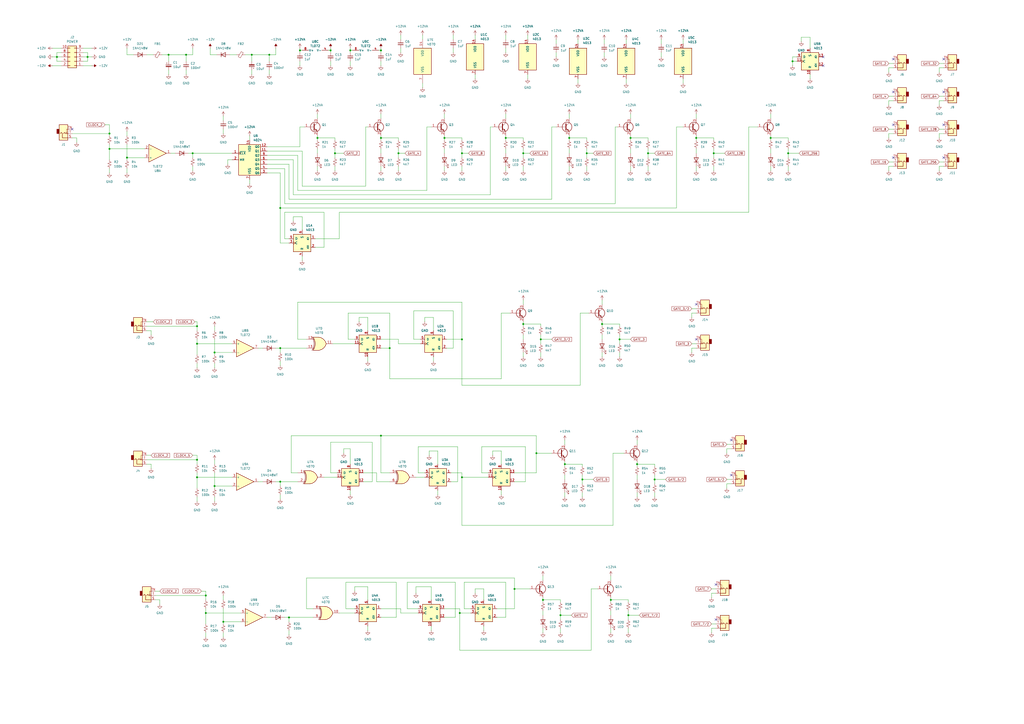
<source format=kicad_sch>
(kicad_sch (version 20250114) (generator "eeschema") (generator_version "9.0")
  (paper "A2")
  (junction (at 365.76 80.01))
  (junction (at 97.79 31.75))
  (junction (at 267.97 196.85))
  (junction (at 162.56 120.65))
  (junction (at 63.5 86.36))
  (junction (at 303.53 88.9))
  (junction (at 303.53 187.96))
  (junction (at 325.12 356.87))
  (junction (at 162.56 279.4))
  (junction (at 167.64 358.14))
  (junction (at 313.69 196.85))
  (junction (at 156.21 31.75))
  (junction (at 327.66 269.24))
  (junction (at 231.14 88.9))
  (junction (at 349.25 187.96))
  (junction (at 337.82 278.13))
  (junction (at 114.3 266.7))
  (junction (at 267.97 88.9))
  (junction (at 119.38 345.44))
  (junction (at 403.86 80.01))
  (junction (at 191.77 29.21))
  (junction (at 173.99 29.21))
  (junction (at 314.96 347.98))
  (junction (at 267.97 276.86))
  (junction (at 459.74 35.56))
  (junction (at 63.5 77.47))
  (junction (at 119.38 355.6))
  (junction (at 114.3 189.23))
  (junction (at 359.41 196.85))
  (junction (at 257.81 80.01))
  (junction (at 114.3 199.39))
  (junction (at 266.7 355.6))
  (junction (at 447.04 80.01))
  (junction (at 330.2 80.01))
  (junction (at 414.02 88.9))
  (junction (at 457.2 88.9))
  (junction (at 203.2 29.21))
  (junction (at 114.3 276.86))
  (junction (at 369.57 269.24))
  (junction (at 111.76 88.9))
  (junction (at 220.98 80.01))
  (junction (at 220.98 252.73))
  (junction (at 293.37 80.01))
  (junction (at 311.15 262.89))
  (junction (at 226.06 201.93))
  (junction (at 162.56 201.93))
  (junction (at 379.73 278.13))
  (junction (at 73.66 91.44))
  (junction (at 220.98 29.21))
  (junction (at 364.49 356.87))
  (junction (at 184.15 80.01))
  (junction (at 50.8 33.02))
  (junction (at 298.45 341.63))
  (junction (at 124.46 204.47))
  (junction (at 33.02 33.02))
  (junction (at 124.46 281.94))
  (junction (at 129.54 360.68))
  (junction (at 340.36 88.9))
  (junction (at 375.92 88.9))
  (junction (at 107.95 31.75))
  (junction (at 194.31 88.9))
  (junction (at 146.05 31.75))
  (junction (at 354.33 347.98))
  (no_connect (at 547.37 91.44))
  (no_connect (at 477.52 38.1))
  (no_connect (at 518.16 72.39))
  (no_connect (at 415.29 359.41))
  (no_connect (at 547.37 72.39))
  (no_connect (at 403.86 176.53))
  (no_connect (at 477.52 33.02))
  (no_connect (at 518.16 91.44))
  (no_connect (at 547.37 34.29))
  (no_connect (at 424.18 275.59))
  (no_connect (at 403.86 196.85))
  (no_connect (at 415.29 339.09))
  (no_connect (at 41.91 74.93))
  (no_connect (at 547.37 53.34))
  (no_connect (at 518.16 34.29))
  (no_connect (at 424.18 255.27))
  (no_connect (at 518.16 53.34))
  (wire (pts (xy 518.16 96.52) (xy 515.62 96.52)))
  (wire (pts (xy 114.3 199.39) (xy 134.62 199.39)))
  (wire (pts (xy 220.98 96.52) (xy 220.98 99.06)))
  (wire (pts (xy 401.32 181.61) (xy 401.32 184.15)))
  (wire (pts (xy 165.1 358.14) (xy 167.64 358.14)))
  (wire (pts (xy 447.04 80.01) (xy 457.2 80.01)))
  (wire (pts (xy 349.25 204.47) (xy 349.25 207.01)))
  (wire (pts (xy 119.38 345.44) (xy 119.38 347.98)))
  (wire (pts (xy 134.62 92.71) (xy 132.08 92.71)))
  (wire (pts (xy 267.97 96.52) (xy 267.97 99.06)))
  (wire (pts (xy 264.16 358.14) (xy 257.81 358.14)))
  (wire (pts (xy 349.25 186.69) (xy 349.25 187.96)))
  (wire (pts (xy 369.57 285.75) (xy 369.57 288.29)))
  (wire (pts (xy 457.2 88.9) (xy 463.55 88.9)))
  (wire (pts (xy 364.49 356.87) (xy 364.49 359.41)))
  (wire (pts (xy 114.3 276.86) (xy 114.3 283.21)))
  (wire (pts (xy 85.09 269.24) (xy 87.63 269.24)))
  (wire (pts (xy 191.77 27.94) (xy 191.77 29.21)))
  (wire (pts (xy 162.56 209.55) (xy 162.56 212.09)))
  (wire (pts (xy 314.96 347.98) (xy 314.96 349.25)))
  (wire (pts (xy 363.22 22.86) (xy 363.22 25.4)))
  (wire (pts (xy 196.85 355.6) (xy 205.74 355.6)))
  (wire (pts (xy 87.63 191.77) (xy 87.63 194.31)))
  (wire (pts (xy 73.66 91.44) (xy 73.66 92.71)))
  (wire (pts (xy 322.58 30.48) (xy 322.58 33.02)))
  (wire (pts (xy 231.14 88.9) (xy 234.95 88.9)))
  (wire (pts (xy 195.58 274.32) (xy 191.77 274.32)))
  (wire (pts (xy 213.36 184.15) (xy 213.36 191.77)))
  (wire (pts (xy 245.11 48.26) (xy 245.11 50.8)))
  (wire (pts (xy 262.89 27.94) (xy 262.89 30.48)))
  (wire (pts (xy 73.66 76.2) (xy 73.66 78.74)))
  (wire (pts (xy 60.96 72.39) (xy 63.5 72.39)))
  (wire (pts (xy 85.09 31.75) (xy 88.9 31.75)))
  (wire (pts (xy 330.2 86.36) (xy 330.2 88.9)))
  (wire (pts (xy 469.9 43.18) (xy 469.9 45.72)))
  (wire (pts (xy 175.26 107.95) (xy 212.09 107.95)))
  (wire (pts (xy 149.86 279.4) (xy 152.4 279.4)))
  (wire (pts (xy 99.06 88.9) (xy 101.6 88.9)))
  (wire (pts (xy 44.45 80.01) (xy 44.45 82.55)))
  (wire (pts (xy 403.86 80.01) (xy 403.86 81.28)))
  (wire (pts (xy 544.83 55.88) (xy 547.37 55.88)))
  (wire (pts (xy 314.96 347.98) (xy 325.12 347.98)))
  (wire (pts (xy 336.55 181.61) (xy 336.55 223.52)))
  (wire (pts (xy 414.02 88.9) (xy 420.37 88.9)))
  (wire (pts (xy 349.25 187.96) (xy 349.25 189.23)))
  (wire (pts (xy 173.99 29.21) (xy 175.26 29.21)))
  (wire (pts (xy 124.46 274.32) (xy 124.46 281.94)))
  (wire (pts (xy 73.66 27.94) (xy 73.66 31.75)))
  (wire (pts (xy 162.56 279.4) (xy 162.56 281.94)))
  (wire (pts (xy 124.46 204.47) (xy 134.62 204.47)))
  (wire (pts (xy 325.12 356.87) (xy 325.12 359.41)))
  (wire (pts (xy 30.48 27.94) (xy 35.56 27.94)))
  (wire (pts (xy 48.26 35.56) (xy 50.8 35.56)))
  (wire (pts (xy 246.38 184.15) (xy 246.38 186.69)))
  (wire (pts (xy 154.94 95.25) (xy 167.64 95.25)))
  (wire (pts (xy 162.56 201.93) (xy 177.8 201.93)))
  (wire (pts (xy 365.76 66.04) (xy 365.76 68.58)))
  (wire (pts (xy 30.48 38.1) (xy 35.56 38.1)))
  (wire (pts (xy 354.33 364.49) (xy 354.33 367.03)))
  (wire (pts (xy 242.57 353.06) (xy 236.22 353.06)))
  (wire (pts (xy 231.14 88.9) (xy 231.14 91.44)))
  (wire (pts (xy 327.66 285.75) (xy 327.66 288.29)))
  (wire (pts (xy 162.56 201.93) (xy 162.56 204.47)))
  (wire (pts (xy 303.53 187.96) (xy 303.53 189.23)))
  (wire (pts (xy 203.2 260.35) (xy 199.39 260.35)))
  (wire (pts (xy 231.14 199.39) (xy 243.84 199.39)))
  (wire (pts (xy 364.49 364.49) (xy 364.49 367.03)))
  (wire (pts (xy 414.02 80.01) (xy 414.02 81.28)))
  (wire (pts (xy 114.3 276.86) (xy 134.62 276.86)))
  (wire (pts (xy 547.37 39.37) (xy 544.83 39.37)))
  (wire (pts (xy 232.41 355.6) (xy 242.57 355.6)))
  (wire (pts (xy 421.64 257.81) (xy 424.18 257.81)))
  (wire (pts (xy 269.24 337.82) (xy 293.37 337.82)))
  (wire (pts (xy 434.34 73.66) (xy 439.42 73.66)))
  (wire (pts (xy 412.75 341.63) (xy 415.29 341.63)))
  (wire (pts (xy 196.85 138.43) (xy 196.85 123.19)))
  (wire (pts (xy 515.62 36.83) (xy 518.16 36.83)))
  (wire (pts (xy 365.76 78.74) (xy 365.76 80.01)))
  (wire (pts (xy 340.36 80.01) (xy 340.36 81.28)))
  (wire (pts (xy 246.38 274.32) (xy 242.57 274.32)))
  (wire (pts (xy 414.02 86.36) (xy 414.02 88.9)))
  (wire (pts (xy 113.03 186.69) (xy 114.3 186.69)))
  (wire (pts (xy 220.98 27.94) (xy 220.98 29.21)))
  (wire (pts (xy 33.02 30.48) (xy 33.02 33.02)))
  (wire (pts (xy 149.86 201.93) (xy 152.4 201.93)))
  (wire (pts (xy 336.55 181.61) (xy 341.63 181.61)))
  (wire (pts (xy 303.53 186.69) (xy 303.53 187.96)))
  (wire (pts (xy 144.78 78.74) (xy 144.78 81.28)))
  (wire (pts (xy 182.88 138.43) (xy 196.85 138.43)))
  (wire (pts (xy 121.92 27.94) (xy 121.92 31.75)))
  (wire (pts (xy 250.19 340.36) (xy 250.19 347.98)))
  (wire (pts (xy 33.02 33.02) (xy 33.02 35.56)))
  (wire (pts (xy 191.77 274.32) (xy 191.77 256.54)))
  (wire (pts (xy 250.19 363.22) (xy 250.19 365.76)))
  (wire (pts (xy 306.07 43.18) (xy 306.07 45.72)))
  (wire (pts (xy 293.37 20.32) (xy 293.37 22.86)))
  (wire (pts (xy 403.86 96.52) (xy 403.86 99.06)))
  (wire (pts (xy 184.15 66.04) (xy 184.15 68.58)))
  (wire (pts (xy 414.02 88.9) (xy 414.02 91.44)))
  (wire (pts (xy 293.37 78.74) (xy 293.37 80.01)))
  (wire (pts (xy 267.97 88.9) (xy 271.78 88.9)))
  (wire (pts (xy 415.29 364.49) (xy 412.75 364.49)))
  (wire (pts (xy 261.62 274.32) (xy 267.97 274.32)))
  (wire (pts (xy 63.5 77.47) (xy 63.5 78.74)))
  (wire (pts (xy 201.93 196.85) (xy 205.74 196.85)))
  (wire (pts (xy 354.33 346.71) (xy 354.33 347.98)))
  (wire (pts (xy 114.3 196.85) (xy 114.3 199.39)))
  (wire (pts (xy 194.31 86.36) (xy 194.31 88.9)))
  (wire (pts (xy 107.95 31.75) (xy 97.79 31.75)))
  (wire (pts (xy 290.83 261.62) (xy 290.83 269.24)))
  (wire (pts (xy 168.91 252.73) (xy 220.98 252.73)))
  (wire (pts (xy 275.59 43.18) (xy 275.59 45.72)))
  (wire (pts (xy 168.91 274.32) (xy 168.91 252.73)))
  (wire (pts (xy 245.11 20.32) (xy 245.11 22.86)))
  (wire (pts (xy 354.33 334.01) (xy 354.33 336.55)))
  (wire (pts (xy 156.21 31.75) (xy 146.05 31.75)))
  (wire (pts (xy 85.09 189.23) (xy 114.3 189.23)))
  (wire (pts (xy 191.77 256.54) (xy 215.9 256.54)))
  (wire (pts (xy 375.92 86.36) (xy 375.92 88.9)))
  (wire (pts (xy 114.3 199.39) (xy 114.3 205.74)))
  (wire (pts (xy 403.86 80.01) (xy 414.02 80.01)))
  (wire (pts (xy 262.89 180.34) (xy 240.03 180.34)))
  (wire (pts (xy 304.8 279.4) (xy 298.45 279.4)))
  (wire (pts (xy 232.41 27.94) (xy 232.41 30.48)))
  (wire (pts (xy 247.65 110.49) (xy 247.65 73.66)))
  (wire (pts (xy 346.71 341.63) (xy 342.9 341.63)))
  (wire (pts (xy 379.73 275.59) (xy 379.73 278.13)))
  (wire (pts (xy 257.81 80.01) (xy 257.81 81.28)))
  (wire (pts (xy 187.96 276.86) (xy 195.58 276.86)))
  (wire (pts (xy 547.37 96.52) (xy 544.83 96.52)))
  (wire (pts (xy 267.97 274.32) (xy 267.97 276.86)))
  (wire (pts (xy 173.99 27.94) (xy 173.99 29.21)))
  (wire (pts (xy 35.56 30.48) (xy 33.02 30.48)))
  (wire (pts (xy 162.56 120.65) (xy 162.56 140.97)))
  (wire (pts (xy 133.35 31.75) (xy 137.16 31.75)))
  (wire (pts (xy 327.66 269.24) (xy 337.82 269.24)))
  (wire (pts (xy 194.31 88.9) (xy 194.31 91.44)))
  (wire (pts (xy 335.28 22.86) (xy 335.28 25.4)))
  (wire (pts (xy 124.46 196.85) (xy 124.46 204.47)))
  (wire (pts (xy 172.72 110.49) (xy 247.65 110.49)))
  (wire (pts (xy 119.38 367.03) (xy 119.38 369.57)))
  (wire (pts (xy 314.96 364.49) (xy 314.96 367.03)))
  (wire (pts (xy 170.18 125.73) (xy 175.26 125.73)))
  (wire (pts (xy 229.87 337.82) (xy 229.87 358.14)))
  (wire (pts (xy 203.2 284.48) (xy 203.2 287.02)))
  (wire (pts (xy 355.6 304.8) (xy 267.97 304.8)))
  (wire (pts (xy 167.64 140.97) (xy 162.56 140.97)))
  (wire (pts (xy 160.02 279.4) (xy 162.56 279.4)))
  (wire (pts (xy 50.8 30.48) (xy 50.8 33.02)))
  (wire (pts (xy 162.56 100.33) (xy 162.56 120.65)))
  (wire (pts (xy 259.08 201.93) (xy 262.89 201.93)))
  (wire (pts (xy 518.16 58.42) (xy 515.62 58.42)))
  (wire (pts (xy 200.66 337.82) (xy 229.87 337.82)))
  (wire (pts (xy 165.1 138.43) (xy 167.64 138.43)))
  (wire (pts (xy 231.14 80.01) (xy 231.14 81.28)))
  (wire (pts (xy 213.36 207.01) (xy 213.36 209.55)))
  (wire (pts (xy 73.66 97.79) (xy 73.66 100.33)))
  (wire (pts (xy 544.83 58.42) (xy 544.83 60.96)))
  (wire (pts (xy 337.82 269.24) (xy 337.82 270.51)))
  (wire (pts (xy 359.41 194.31) (xy 359.41 196.85)))
  (wire (pts (xy 142.24 31.75) (xy 146.05 31.75)))
  (wire (pts (xy 124.46 266.7) (xy 124.46 269.24)))
  (wire (pts (xy 369.57 269.24) (xy 369.57 270.51)))
  (wire (pts (xy 379.73 278.13) (xy 379.73 280.67)))
  (wire (pts (xy 267.97 276.86) (xy 283.21 276.86)))
  (wire (pts (xy 403.86 86.36) (xy 403.86 88.9)))
  (wire (pts (xy 330.2 80.01) (xy 340.36 80.01)))
  (wire (pts (xy 306.07 20.32) (xy 306.07 22.86)))
  (wire (pts (xy 194.31 80.01) (xy 194.31 81.28)))
  (wire (pts (xy 129.54 67.31) (xy 129.54 69.85)))
  (wire (pts (xy 172.72 175.26) (xy 172.72 196.85)))
  (wire (pts (xy 119.38 342.9) (xy 119.38 345.44)))
  (wire (pts (xy 447.04 66.04) (xy 447.04 68.58)))
  (wire (pts (xy 162.56 100.33) (xy 154.94 100.33)))
  (wire (pts (xy 231.14 196.85) (xy 231.14 199.39)))
  (wire (pts (xy 434.34 123.19) (xy 434.34 73.66)))
  (wire (pts (xy 401.32 201.93) (xy 401.32 204.47)))
  (wire (pts (xy 349.25 194.31) (xy 349.25 196.85)))
  (wire (pts (xy 146.05 40.64) (xy 146.05 43.18)))
  (wire (pts (xy 129.54 345.44) (xy 129.54 347.98)))
  (wire (pts (xy 275.59 341.63) (xy 280.67 341.63)))
  (wire (pts (xy 92.71 342.9) (xy 90.17 342.9)))
  (wire (pts (xy 213.36 340.36) (xy 213.36 347.98)))
  (wire (pts (xy 203.2 29.21) (xy 204.47 29.21)))
  (wire (pts (xy 226.06 201.93) (xy 226.06 181.61)))
  (wire (pts (xy 265.43 279.4) (xy 261.62 279.4)))
  (wire (pts (xy 544.83 77.47) (xy 544.83 80.01)))
  (wire (pts (xy 293.37 358.14) (xy 288.29 358.14)))
  (wire (pts (xy 325.12 347.98) (xy 325.12 349.25)))
  (wire (pts (xy 167.64 115.57) (xy 320.04 115.57)))
  (wire (pts (xy 375.92 88.9) (xy 379.73 88.9)))
  (wire (pts (xy 320.04 262.89) (xy 311.15 262.89)))
  (wire (pts (xy 280.67 363.22) (xy 280.67 365.76)))
  (wire (pts (xy 356.87 118.11) (xy 165.1 118.11)))
  (wire (pts (xy 325.12 354.33) (xy 325.12 356.87)))
  (wire (pts (xy 421.64 280.67) (xy 421.64 283.21)))
  (wire (pts (xy 226.06 219.71) (xy 290.83 219.71)))
  (wire (pts (xy 254 261.62) (xy 254 269.24)))
  (wire (pts (xy 383.54 30.48) (xy 383.54 33.02)))
  (wire (pts (xy 254 284.48) (xy 254 287.02)))
  (wire (pts (xy 464.82 24.13) (xy 464.82 21.59)))
  (wire (pts (xy 41.91 80.01) (xy 44.45 80.01)))
  (wire (pts (xy 165.1 123.19) (xy 165.1 138.43)))
  (wire (pts (xy 515.62 96.52) (xy 515.62 99.06)))
  (wire (pts (xy 229.87 358.14) (xy 220.98 358.14)))
  (wire (pts (xy 293.37 96.52) (xy 293.37 99.06)))
  (wire (pts (xy 165.1 97.79) (xy 154.94 97.79)))
  (wire (pts (xy 162.56 279.4) (xy 172.72 279.4)))
  (wire (pts (xy 220.98 29.21) (xy 220.98 30.48)))
  (wire (pts (xy 369.57 275.59) (xy 369.57 278.13)))
  (wire (pts (xy 340.36 88.9) (xy 344.17 88.9)))
  (wire (pts (xy 184.15 78.74) (xy 184.15 80.01)))
  (wire (pts (xy 350.52 22.86) (xy 350.52 25.4)))
  (wire (pts (xy 358.14 73.66) (xy 356.87 73.66)))
  (wire (pts (xy 218.44 274.32) (xy 218.44 279.4)))
  (wire (pts (xy 403.86 78.74) (xy 403.86 80.01)))
  (wire (pts (xy 220.98 80.01) (xy 220.98 81.28)))
  (wire (pts (xy 459.74 33.02) (xy 459.74 35.56)))
  (wire (pts (xy 170.18 113.03) (xy 284.48 113.03)))
  (wire (pts (xy 85.09 264.16) (xy 87.63 264.16)))
  (wire (pts (xy 114.3 266.7) (xy 114.3 269.24)))
  (wire (pts (xy 154.94 90.17) (xy 172.72 90.17)))
  (wire (pts (xy 311.15 274.32) (xy 311.15 262.89)))
  (wire (pts (xy 515.62 74.93) (xy 518.16 74.93)))
  (wire (pts (xy 257.81 80.01) (xy 267.97 80.01)))
  (wire (pts (xy 121.92 31.75) (xy 125.73 31.75)))
  (wire (pts (xy 220.98 252.73) (xy 311.15 252.73)))
  (wire (pts (xy 50.8 33.02) (xy 50.8 35.56)))
  (wire (pts (xy 303.53 194.31) (xy 303.53 196.85)))
  (wire (pts (xy 365.76 96.52) (xy 365.76 99.06)))
  (wire (pts (xy 354.33 347.98) (xy 354.33 349.25)))
  (wire (pts (xy 349.25 187.96) (xy 359.41 187.96)))
  (wire (pts (xy 129.54 74.93) (xy 129.54 77.47)))
  (wire (pts (xy 364.49 354.33) (xy 364.49 356.87)))
  (wire (pts (xy 220.98 35.56) (xy 220.98 38.1)))
  (wire (pts (xy 515.62 77.47) (xy 515.62 80.01)))
  (wire (pts (xy 220.98 86.36) (xy 220.98 88.9)))
  (wire (pts (xy 401.32 179.07) (xy 403.86 179.07)))
  (wire (pts (xy 314.96 334.01) (xy 314.96 336.55)))
  (wire (pts (xy 325.12 356.87) (xy 331.47 356.87)))
  (wire (pts (xy 242.57 274.32) (xy 242.57 259.08)))
  (wire (pts (xy 156.21 35.56) (xy 156.21 31.75)))
  (wire (pts (xy 365.76 80.01) (xy 375.92 80.01)))
  (wire (pts (xy 154.94 358.14) (xy 157.48 358.14)))
  (wire (pts (xy 327.66 255.27) (xy 327.66 257.81)))
  (wire (pts (xy 129.54 360.68) (xy 129.54 361.95)))
  (wire (pts (xy 303.53 80.01) (xy 303.53 81.28)))
  (wire (pts (xy 259.08 196.85) (xy 267.97 196.85)))
  (wire (pts (xy 336.55 223.52) (xy 267.97 223.52)))
  (wire (pts (xy 275.59 344.17) (xy 275.59 341.63)))
  (wire (pts (xy 412.75 344.17) (xy 412.75 346.71)))
  (wire (pts (xy 314.96 346.71) (xy 314.96 347.98)))
  (wire (pts (xy 167.64 358.14) (xy 181.61 358.14)))
  (wire (pts (xy 220.98 353.06) (xy 232.41 353.06)))
  (wire (pts (xy 160.02 31.75) (xy 156.21 31.75)))
  (wire (pts (xy 201.93 181.61) (xy 201.93 196.85)))
  (wire (pts (xy 172.72 274.32) (xy 168.91 274.32)))
  (wire (pts (xy 48.26 33.02) (xy 50.8 33.02)))
  (wire (pts (xy 208.28 184.15) (xy 213.36 184.15)))
  (wire (pts (xy 369.57 255.27) (xy 369.57 257.81)))
  (wire (pts (xy 447.04 86.36) (xy 447.04 88.9)))
  (wire (pts (xy 160.02 201.93) (xy 162.56 201.93)))
  (wire (pts (xy 284.48 73.66) (xy 285.75 73.66)))
  (wire (pts (xy 544.83 96.52) (xy 544.83 99.06)))
  (wire (pts (xy 129.54 360.68) (xy 139.7 360.68)))
  (wire (pts (xy 177.8 335.28) (xy 298.45 335.28)))
  (wire (pts (xy 340.36 86.36) (xy 340.36 88.9)))
  (wire (pts (xy 220.98 78.74) (xy 220.98 80.01)))
  (wire (pts (xy 73.66 91.44) (xy 83.82 91.44)))
  (wire (pts (xy 379.73 278.13) (xy 386.08 278.13)))
  (wire (pts (xy 124.46 189.23) (xy 124.46 191.77)))
  (wire (pts (xy 114.3 264.16) (xy 114.3 266.7)))
  (wire (pts (xy 85.09 191.77) (xy 87.63 191.77)))
  (wire (pts (xy 154.94 85.09) (xy 173.99 85.09)))
  (wire (pts (xy 303.53 187.96) (xy 313.69 187.96)))
  (wire (pts (xy 129.54 367.03) (xy 129.54 369.57)))
  (wire (pts (xy 515.62 58.42) (xy 515.62 60.96)))
  (wire (pts (xy 226.06 274.32) (xy 220.98 274.32)))
  (wire (pts (xy 457.2 80.01) (xy 457.2 81.28)))
  (wire (pts (xy 173.99 85.09) (xy 173.99 73.66)))
  (wire (pts (xy 392.43 120.65) (xy 392.43 73.66)))
  (wire (pts (xy 311.15 262.89) (xy 311.15 252.73)))
  (wire (pts (xy 205.74 340.36) (xy 213.36 340.36)))
  (wire (pts (xy 257.81 96.52) (xy 257.81 99.06)))
  (wire (pts (xy 392.43 73.66) (xy 396.24 73.66)))
  (wire (pts (xy 114.3 274.32) (xy 114.3 276.86)))
  (wire (pts (xy 194.31 96.52) (xy 194.31 99.06)))
  (wire (pts (xy 267.97 86.36) (xy 267.97 88.9)))
  (wire (pts (xy 396.24 22.86) (xy 396.24 25.4)))
  (wire (pts (xy 41.91 77.47) (xy 63.5 77.47)))
  (wire (pts (xy 173.99 29.21) (xy 173.99 30.48)))
  (wire (pts (xy 154.94 92.71) (xy 170.18 92.71)))
  (wire (pts (xy 33.02 35.56) (xy 35.56 35.56)))
  (wire (pts (xy 459.74 35.56) (xy 462.28 35.56)))
  (wire (pts (xy 215.9 256.54) (xy 215.9 279.4)))
  (wire (pts (xy 203.2 29.21) (xy 203.2 30.48)))
  (wire (pts (xy 359.41 196.85) (xy 365.76 196.85)))
  (wire (pts (xy 236.22 337.82) (xy 264.16 337.82)))
  (wire (pts (xy 359.41 204.47) (xy 359.41 207.01)))
  (wire (pts (xy 63.5 83.82) (xy 63.5 86.36)))
  (wire (pts (xy 257.81 86.36) (xy 257.81 88.9)))
  (wire (pts (xy 403.86 66.04) (xy 403.86 68.58)))
  (wire (pts (xy 167.64 358.14) (xy 167.64 360.68)))
  (wire (pts (xy 515.62 55.88) (xy 518.16 55.88)))
  (wire (pts (xy 251.46 207.01) (xy 251.46 209.55)))
  (wire (pts (xy 203.2 35.56) (xy 203.2 38.1)))
  (wire (pts (xy 173.99 73.66) (xy 176.53 73.66)))
  (wire (pts (xy 320.04 73.66) (xy 322.58 73.66)))
  (wire (pts (xy 119.38 355.6) (xy 119.38 361.95)))
  (wire (pts (xy 298.45 335.28) (xy 298.45 341.63)))
  (wire (pts (xy 107.95 35.56) (xy 107.95 31.75)))
  (wire (pts (xy 337.82 285.75) (xy 337.82 288.29)))
  (wire (pts (xy 90.17 345.44) (xy 119.38 345.44)))
  (wire (pts (xy 401.32 199.39) (xy 403.86 199.39)))
  (wire (pts (xy 313.69 204.47) (xy 313.69 207.01)))
  (wire (pts (xy 266.7 355.6) (xy 273.05 355.6)))
  (wire (pts (xy 219.71 29.21) (xy 220.98 29.21)))
  (wire (pts (xy 63.5 86.36) (xy 63.5 92.71)))
  (wire (pts (xy 313.69 194.31) (xy 313.69 196.85)))
  (wire (pts (xy 283.21 274.32) (xy 279.4 274.32)))
  (wire (pts (xy 177.8 353.06) (xy 181.61 353.06)))
  (wire (pts (xy 379.73 285.75) (xy 379.73 288.29)))
  (wire (pts (xy 251.46 184.15) (xy 246.38 184.15)))
  (wire (pts (xy 184.15 86.36) (xy 184.15 88.9)))
  (wire (pts (xy 146.05 31.75) (xy 146.05 35.56)))
  (wire (pts (xy 226.06 181.61) (xy 201.93 181.61)))
  (wire (pts (xy 293.37 80.01) (xy 293.37 81.28)))
  (wire (pts (xy 269.24 353.06) (xy 269.24 337.82)))
  (wire (pts (xy 459.74 35.56) (xy 459.74 38.1)))
  (wire (pts (xy 248.92 264.16) (xy 248.92 261.62)))
  (wire (pts (xy 424.18 280.67) (xy 421.64 280.67)))
  (wire (pts (xy 191.77 29.21) (xy 191.77 30.48)))
  (wire (pts (xy 119.38 353.06) (xy 119.38 355.6)))
  (wire (pts (xy 403.86 181.61) (xy 401.32 181.61)))
  (wire (pts (xy 414.02 96.52) (xy 414.02 99.06)))
  (wire (pts (xy 412.75 364.49) (xy 412.75 367.03)))
  (wire (pts (xy 175.26 87.63) (xy 175.26 107.95)))
  (wire (pts (xy 327.66 269.24) (xy 327.66 270.51)))
  (wire (pts (xy 337.82 275.59) (xy 337.82 278.13)))
  (wire (pts (xy 48.26 27.94) (xy 53.34 27.94)))
  (wire (pts (xy 267.97 175.26) (xy 172.72 175.26)))
  (wire (pts (xy 212.09 107.95) (xy 212.09 73.66)))
  (wire (pts (xy 48.26 30.48) (xy 50.8 30.48)))
  (wire (pts (xy 200.66 353.06) (xy 200.66 337.82)))
  (wire (pts (xy 544.83 93.98) (xy 547.37 93.98)))
  (wire (pts (xy 290.83 181.61) (xy 290.83 219.71)))
  (wire (pts (xy 170.18 128.27) (xy 170.18 125.73)))
  (wire (pts (xy 226.06 219.71) (xy 226.06 201.93)))
  (wire (pts (xy 303.53 88.9) (xy 303.53 91.44)))
  (wire (pts (xy 184.15 80.01) (xy 194.31 80.01)))
  (wire (pts (xy 172.72 90.17) (xy 172.72 110.49)))
  (wire (pts (xy 220.98 66.04) (xy 220.98 68.58)))
  (wire (pts (xy 330.2 66.04) (xy 330.2 68.58)))
  (wire (pts (xy 447.04 78.74) (xy 447.04 80.01)))
  (wire (pts (xy 364.49 356.87) (xy 370.84 356.87)))
  (wire (pts (xy 182.88 143.51) (xy 187.96 143.51)))
  (wire (pts (xy 267.97 223.52) (xy 267.97 196.85)))
  (wire (pts (xy 342.9 377.19) (xy 266.7 377.19)))
  (wire (pts (xy 375.92 88.9) (xy 375.92 91.44)))
  (wire (pts (xy 144.78 104.14) (xy 144.78 106.68)))
  (wire (pts (xy 167.64 95.25) (xy 167.64 115.57)))
  (wire (pts (xy 325.12 364.49) (xy 325.12 367.03)))
  (wire (pts (xy 266.7 355.6) (xy 266.7 377.19)))
  (wire (pts (xy 313.69 196.85) (xy 313.69 199.39)))
  (wire (pts (xy 240.03 196.85) (xy 243.84 196.85)))
  (wire (pts (xy 288.29 353.06) (xy 298.45 353.06)))
  (wire (pts (xy 257.81 66.04) (xy 257.81 68.58)))
  (wire (pts (xy 515.62 93.98) (xy 518.16 93.98)))
  (wire (pts (xy 327.66 267.97) (xy 327.66 269.24)))
  (wire (pts (xy 335.28 45.72) (xy 335.28 48.26)))
  (wire (pts (xy 280.67 341.63) (xy 280.67 347.98)))
  (wire (pts (xy 262.89 201.93) (xy 262.89 180.34)))
  (wire (pts (xy 462.28 33.02) (xy 459.74 33.02)))
  (wire (pts (xy 264.16 337.82) (xy 264.16 358.14)))
  (wire (pts (xy 469.9 21.59) (xy 469.9 27.94)))
  (wire (pts (xy 109.22 88.9) (xy 111.76 88.9)))
  (wire (pts (xy 285.75 264.16) (xy 285.75 261.62)))
  (wire (pts (xy 63.5 72.39) (xy 63.5 77.47)))
  (wire (pts (xy 30.48 33.02) (xy 33.02 33.02)))
  (wire (pts (xy 156.21 40.64) (xy 156.21 43.18)))
  (wire (pts (xy 124.46 210.82) (xy 124.46 213.36)))
  (wire (pts (xy 330.2 80.01) (xy 330.2 81.28)))
  (wire (pts (xy 518.16 77.47) (xy 515.62 77.47)))
  (wire (pts (xy 236.22 353.06) (xy 236.22 337.82)))
  (wire (pts (xy 247.65 73.66) (xy 250.19 73.66)))
  (wire (pts (xy 267.97 304.8) (xy 267.97 276.86)))
  (wire (pts (xy 421.64 278.13) (xy 424.18 278.13)))
  (wire (pts (xy 93.98 31.75) (xy 97.79 31.75)))
  (wire (pts (xy 251.46 191.77) (xy 251.46 184.15)))
  (wire (pts (xy 457.2 86.36) (xy 457.2 88.9)))
  (wire (pts (xy 248.92 261.62) (xy 254 261.62)))
  (wire (pts (xy 124.46 204.47) (xy 124.46 205.74)))
  (wire (pts (xy 242.57 259.08) (xy 265.43 259.08)))
  (wire (pts (xy 279.4 259.08) (xy 304.8 259.08)))
  (wire (pts (xy 187.96 123.19) (xy 165.1 123.19)))
  (wire (pts (xy 313.69 187.96) (xy 313.69 189.23)))
  (wire (pts (xy 313.69 196.85) (xy 320.04 196.85)))
  (wire (pts (xy 365.76 80.01) (xy 365.76 81.28)))
  (wire (pts (xy 241.3 276.86) (xy 246.38 276.86)))
  (wire (pts (xy 544.83 39.37) (xy 544.83 41.91)))
  (wire (pts (xy 267.97 88.9) (xy 267.97 91.44)))
  (wire (pts (xy 184.15 96.52) (xy 184.15 99.06)))
  (wire (pts (xy 210.82 274.32) (xy 218.44 274.32)))
  (wire (pts (xy 415.29 344.17) (xy 412.75 344.17)))
  (wire (pts (xy 111.76 96.52) (xy 111.76 99.06)))
  (wire (pts (xy 396.24 45.72) (xy 396.24 48.26)))
  (wire (pts (xy 337.82 278.13) (xy 344.17 278.13)))
  (wire (pts (xy 132.08 92.71) (xy 132.08 95.25)))
  (wire (pts (xy 33.02 33.02) (xy 35.56 33.02)))
  (wire (pts (xy 208.28 186.69) (xy 208.28 184.15)))
  (wire (pts (xy 111.76 264.16) (xy 114.3 264.16)))
  (wire (pts (xy 354.33 347.98) (xy 364.49 347.98)))
  (wire (pts (xy 87.63 269.24) (xy 87.63 271.78)))
  (wire (pts (xy 285.75 261.62) (xy 290.83 261.62)))
  (wire (pts (xy 257.81 78.74) (xy 257.81 80.01)))
  (wire (pts (xy 205.74 353.06) (xy 200.66 353.06)))
  (wire (pts (xy 129.54 353.06) (xy 129.54 360.68)))
  (wire (pts (xy 184.15 80.01) (xy 184.15 81.28)))
  (wire (pts (xy 293.37 80.01) (xy 303.53 80.01)))
  (wire (pts (xy 232.41 20.32) (xy 232.41 22.86)))
  (wire (pts (xy 220.98 274.32) (xy 220.98 252.73)))
  (wire (pts (xy 240.03 180.34) (xy 240.03 196.85)))
  (wire (pts (xy 293.37 86.36) (xy 293.37 88.9)))
  (wire (pts (xy 167.64 365.76) (xy 167.64 368.3)))
  (wire (pts (xy 73.66 83.82) (xy 73.66 91.44)))
  (wire (pts (xy 165.1 118.11) (xy 165.1 97.79)))
  (wire (pts (xy 241.3 340.36) (xy 250.19 340.36)))
  (wire (pts (xy 203.2 269.24) (xy 203.2 260.35)))
  (wire (pts (xy 175.26 125.73) (xy 175.26 133.35)))
  (wire (pts (xy 212.09 73.66) (xy 213.36 73.66)))
  (wire (pts (xy 447.04 80.01) (xy 447.04 81.28)))
  (wire (pts (xy 119.38 355.6) (xy 139.7 355.6)))
  (wire (pts (xy 97.79 40.64) (xy 97.79 43.18)))
  (wire (pts (xy 342.9 341.63) (xy 342.9 377.19)))
  (wire (pts (xy 194.31 88.9) (xy 199.39 88.9)))
  (wire (pts (xy 356.87 73.66) (xy 356.87 118.11)))
  (wire (pts (xy 383.54 22.86) (xy 383.54 25.4)))
  (wire (pts (xy 290.83 181.61) (xy 295.91 181.61)))
  (wire (pts (xy 424.18 260.35) (xy 421.64 260.35)))
  (wire (pts (xy 170.18 92.71) (xy 170.18 113.03)))
  (wire (pts (xy 337.82 278.13) (xy 337.82 280.67)))
  (wire (pts (xy 114.3 288.29) (xy 114.3 290.83)))
  (wire (pts (xy 215.9 279.4) (xy 210.82 279.4)))
  (wire (pts (xy 231.14 96.52) (xy 231.14 99.06)))
  (wire (pts (xy 544.83 36.83) (xy 547.37 36.83)))
  (wire (pts (xy 293.37 66.04) (xy 293.37 68.58)))
  (wire (pts (xy 199.39 260.35) (xy 199.39 262.89)))
  (wire (pts (xy 154.94 87.63) (xy 175.26 87.63)))
  (wire (pts (xy 457.2 96.52) (xy 457.2 99.06)))
  (wire (pts (xy 265.43 259.08) (xy 265.43 279.4)))
  (wire (pts (xy 322.58 22.86) (xy 322.58 25.4)))
  (wire (pts (xy 267.97 80.01) (xy 267.97 81.28)))
  (wire (pts (xy 267.97 196.85) (xy 267.97 175.26)))
  (wire (pts (xy 232.41 353.06) (xy 232.41 355.6)))
  (wire (pts (xy 124.46 288.29) (xy 124.46 290.83)))
  (wire (pts (xy 175.26 148.59) (xy 175.26 151.13)))
  (wire (pts (xy 298.45 341.63) (xy 307.34 341.63)))
  (wire (pts (xy 290.83 284.48) (xy 290.83 287.02)))
  (wire (pts (xy 421.64 260.35) (xy 421.64 262.89)))
  (wire (pts (xy 111.76 27.94) (xy 111.76 31.75)))
  (wire (pts (xy 266.7 353.06) (xy 266.7 355.6)))
  (wire (pts (xy 213.36 363.22) (xy 213.36 365.76)))
  (wire (pts (xy 375.92 96.52) (xy 375.92 99.06)))
  (wire (pts (xy 90.17 347.98) (xy 92.71 347.98)))
  (wire (pts (xy 304.8 259.08) (xy 304.8 279.4)))
  (wire (pts (xy 298.45 353.06) (xy 298.45 341.63)))
  (wire (pts (xy 364.49 347.98) (xy 364.49 349.25)))
  (wire (pts (xy 187.96 143.51) (xy 187.96 123.19)))
  (wire (pts (xy 114.3 189.23) (xy 114.3 191.77)))
  (wire (pts (xy 403.86 201.93) (xy 401.32 201.93)))
  (wire (pts (xy 231.14 86.36) (xy 231.14 88.9)))
  (wire (pts (xy 111.76 31.75) (xy 107.95 31.75)))
  (wire (pts (xy 330.2 96.52) (xy 330.2 99.06)))
  (wire (pts (xy 50.8 33.02) (xy 53.34 33.02)))
  (wire (pts (xy 303.53 173.99) (xy 303.53 176.53)))
  (wire (pts (xy 205.74 342.9) (xy 205.74 340.36)))
  (wire (pts (xy 63.5 97.79) (xy 63.5 100.33)))
  (wire (pts (xy 330.2 78.74) (xy 330.2 80.01)))
  (wire (pts (xy 220.98 201.93) (xy 226.06 201.93)))
  (wire (pts (xy 220.98 196.85) (xy 231.14 196.85)))
  (wire (pts (xy 203.2 27.94) (xy 203.2 29.21)))
  (wire (pts (xy 172.72 196.85) (xy 177.8 196.85)))
  (wire (pts (xy 365.76 86.36) (xy 365.76 88.9)))
  (wire (pts (xy 350.52 30.48) (xy 350.52 33.02)))
  (wire (pts (xy 273.05 353.06) (xy 269.24 353.06)))
  (wire (pts (xy 359.41 196.85) (xy 359.41 199.39)))
  (wire (pts (xy 220.98 80.01) (xy 231.14 80.01)))
  (wire (pts (xy 457.2 88.9) (xy 457.2 91.44)))
  (wire (pts (xy 349.25 173.99) (xy 349.25 176.53)))
  (wire (pts (xy 369.57 269.24) (xy 379.73 269.24)))
  (wire (pts (xy 355.6 262.89) (xy 361.95 262.89)))
  (wire (pts (xy 515.62 39.37) (xy 515.62 41.91)))
  (wire (pts (xy 303.53 88.9) (xy 307.34 88.9)))
  (wire (pts (xy 114.3 210.82) (xy 114.3 213.36)))
  (wire (pts (xy 162.56 287.02) (xy 162.56 289.56)))
  (wire (pts (xy 314.96 354.33) (xy 314.96 356.87)))
  (wire (pts (xy 293.37 337.82) (xy 293.37 358.14)))
  (wire (pts (xy 298.45 274.32) (xy 311.15 274.32)))
  (wire (pts (xy 193.04 199.39) (xy 205.74 199.39)))
  (wire (pts (xy 111.76 88.9) (xy 134.62 88.9)))
  (wire (pts (xy 327.66 275.59) (xy 327.66 278.13)))
  (wire (pts (xy 124.46 281.94) (xy 134.62 281.94)))
  (wire (pts (xy 284.48 113.03) (xy 284.48 73.66)))
  (wire (pts (xy 97.79 31.75) (xy 97.79 35.56)))
  (wire (pts (xy 92.71 347.98) (xy 92.71 350.52)))
  (wire (pts (xy 303.53 204.47) (xy 303.53 207.01)))
  (wire (pts (xy 48.26 38.1) (xy 53.34 38.1)))
  (wire (pts (xy 379.73 269.24) (xy 379.73 270.51)))
  (wire (pts (xy 191.77 35.56) (xy 191.77 38.1)))
  (wire (pts (xy 111.76 88.9) (xy 111.76 91.44)))
  (wire (pts (xy 369.57 267.97) (xy 369.57 269.24)))
  (wire (pts (xy 73.66 31.75) (xy 77.47 31.75)))
  (wire (pts (xy 279.4 274.32) (xy 279.4 259.08)))
  (wire (pts (xy 375.92 80.01) (xy 375.92 81.28)))
  (wire (pts (xy 359.41 187.96) (xy 359.41 189.23)))
  (wire (pts (xy 85.09 266.7) (xy 114.3 266.7)))
  (wire (pts (xy 340.36 88.9) (xy 340.36 91.44)))
  (wire (pts (xy 173.99 35.56) (xy 173.99 38.1)))
  (wire (pts (xy 162.56 120.65) (xy 392.43 120.65)))
  (wire (pts (xy 124.46 281.94) (xy 124.46 283.21)))
  (wire (pts (xy 218.44 279.4) (xy 226.06 279.4)))
  (wire (pts (xy 544.83 74.93) (xy 547.37 74.93)))
  (wire (pts (xy 257.81 353.06) (xy 266.7 353.06)))
  (wire (pts (xy 354.33 354.33) (xy 354.33 356.87)))
  (wire (pts (xy 107.95 40.64) (xy 107.95 43.18)))
  (wire (pts (xy 340.36 96.52) (xy 340.36 99.06)))
  (wire (pts (xy 320.04 115.57) (xy 320.04 73.66)))
  (wire (pts (xy 85.09 186.69) (xy 88.9 186.69)))
  (wire (pts (xy 303.53 96.52) (xy 303.53 99.06)))
  (wire (pts (xy 293.37 27.94) (xy 293.37 30.48)))
  (wire (pts (xy 464.82 21.59) (xy 469.9 21.59)))
  (wire (pts (xy 196.85 123.19) (xy 434.34 123.19)))
  (wire (pts (xy 547.37 58.42) (xy 544.83 58.42)))
  (wire (pts (xy 547.37 77.47) (xy 544.83 77.47)))
  (wire (pts (xy 63.5 86.36) (xy 83.82 86.36)))
  (wire (pts (xy 262.89 20.32) (xy 262.89 22.86)))
  (wire (pts (xy 518.16 39.37) (xy 515.62 39.37)))
  (wire (pts (xy 275.59 20.32) (xy 275.59 22.86)))
  (wire (pts (xy 355.6 262.89) (xy 355.6 304.8)))
  (wire (pts (xy 190.5 29.21) (xy 191.77 29.21)))
  (wire (pts (xy 412.75 361.95) (xy 415.29 361.95)))
  (wire (pts (xy 447.04 96.52) (xy 447.04 99.06)))
  (wire (pts (xy 116.84 342.9) (xy 119.38 342.9)))
  (wire (pts (xy 303.53 86.36) (xy 303.53 88.9)))
  (wire (pts (xy 114.3 186.69) (xy 114.3 189.23)))
  (wire (pts (xy 241.3 344.17) (xy 241.3 340.36)))
  (wire (pts (xy 160.02 27.94) (xy 160.02 31.75)))
  (wire (pts (xy 363.22 45.72) (xy 363.22 48.26)))
  (wire (pts (xy 177.8 335.28) (xy 177.8 353.06)))
  (global_label "GATE_64" (shape input) (at 379.73 88.9 0) (property "Intersheetrefs" "${INTERSHEET_REFS}" (effects (hide yes))))
  (global_label "GATE_4" (shape input) (at 515.62 55.88 180) (property "Intersheetrefs" "${INTERSHEET_REFS}" (effects (hide yes))))
  (global_label "GATE_16" (shape input) (at 307.34 88.9 0) (property "Intersheetrefs" "${INTERSHEET_REFS}" (effects (hide yes))))
  (global_label "CLOCK_5" (shape input) (at 111.76 264.16 180) (property "Intersheetrefs" "${INTERSHEET_REFS}" (effects (hide yes))))
  (global_label "GATE_2" (shape input) (at 515.62 36.83 180) (property "Intersheetrefs" "${INTERSHEET_REFS}" (effects (hide yes))))
  (global_label "GATE_128" (shape input) (at 544.83 74.93 180) (property "Intersheetrefs" "${INTERSHEET_REFS}" (effects (hide yes))))
  (global_label "GATE_5{slash}2" (shape input) (at 386.08 278.13 0) (property "Intersheetrefs" "${INTERSHEET_REFS}" (effects (hide yes))))
  (global_label "GATE_32" (shape input) (at 344.17 88.9 0) (property "Intersheetrefs" "${INTERSHEET_REFS}" (effects (hide yes))))
  (global_label "GATE_128" (shape input) (at 420.37 88.9 0) (property "Intersheetrefs" "${INTERSHEET_REFS}" (effects (hide yes))))
  (global_label "GATE_7{slash}2" (shape input) (at 370.84 356.87 0) (property "Intersheetrefs" "${INTERSHEET_REFS}" (effects (hide yes))))
  (global_label "GATE_4" (shape input) (at 234.95 88.9 0) (property "Intersheetrefs" "${INTERSHEET_REFS}" (effects (hide yes))))
  (global_label "GATE_5" (shape input) (at 421.64 257.81 180) (property "Intersheetrefs" "${INTERSHEET_REFS}" (effects (hide yes))))
  (global_label "GATE_8" (shape input) (at 271.78 88.9 0) (property "Intersheetrefs" "${INTERSHEET_REFS}" (effects (hide yes))))
  (global_label "CLOCK_7" (shape input) (at 116.84 342.9 180) (property "Intersheetrefs" "${INTERSHEET_REFS}" (effects (hide yes))))
  (global_label "GATE_32" (shape input) (at 544.83 36.83 180) (property "Intersheetrefs" "${INTERSHEET_REFS}" (effects (hide yes))))
  (global_label "GATE_7" (shape input) (at 331.47 356.87 0) (property "Intersheetrefs" "${INTERSHEET_REFS}" (effects (hide yes))))
  (global_label "CLOCK_2" (shape input) (at 87.63 264.16 0) (property "Intersheetrefs" "${INTERSHEET_REFS}" (effects (hide yes))))
  (global_label "CLOCK_2" (shape input) (at 60.96 72.39 180) (property "Intersheetrefs" "${INTERSHEET_REFS}" (effects (hide yes))))
  (global_label "GATE_5{slash}2" (shape input) (at 421.64 278.13 180) (property "Intersheetrefs" "${INTERSHEET_REFS}" (effects (hide yes))))
  (global_label "GATE_3" (shape input) (at 401.32 199.39 180) (property "Intersheetrefs" "${INTERSHEET_REFS}" (effects (hide yes))))
  (global_label "GATE_7{slash}2" (shape input) (at 412.75 361.95 180) (property "Intersheetrefs" "${INTERSHEET_REFS}" (effects (hide yes))))
  (global_label "GATE_8" (shape input) (at 515.62 74.93 180) (property "Intersheetrefs" "${INTERSHEET_REFS}" (effects (hide yes))))
  (global_label "CLOCK_3" (shape input) (at 113.03 186.69 180) (property "Intersheetrefs" "${INTERSHEET_REFS}" (effects (hide yes))))
  (global_label "GATE_7" (shape input) (at 412.75 341.63 180) (property "Intersheetrefs" "${INTERSHEET_REFS}" (effects (hide yes))))
  (global_label "GATE_3{slash}2" (shape input) (at 320.04 196.85 0) (property "Intersheetrefs" "${INTERSHEET_REFS}" (effects (hide yes))))
  (global_label "GATE_16" (shape input) (at 515.62 93.98 180) (property "Intersheetrefs" "${INTERSHEET_REFS}" (effects (hide yes))))
  (global_label "CLOCK_2" (shape input) (at 88.9 186.69 0) (property "Intersheetrefs" "${INTERSHEET_REFS}" (effects (hide yes))))
  (global_label "GATE_64" (shape input) (at 544.83 55.88 180) (property "Intersheetrefs" "${INTERSHEET_REFS}" (effects (hide yes))))
  (global_label "GATE_256" (shape input) (at 544.83 93.98 180) (property "Intersheetrefs" "${INTERSHEET_REFS}" (effects (hide yes))))
  (global_label "GATE_5" (shape input) (at 344.17 278.13 0) (property "Intersheetrefs" "${INTERSHEET_REFS}" (effects (hide yes))))
  (global_label "CLOCK_2" (shape input) (at 92.71 342.9 0) (property "Intersheetrefs" "${INTERSHEET_REFS}" (effects (hide yes))))
  (global_label "GATE_256" (shape input) (at 463.55 88.9 0) (property "Intersheetrefs" "${INTERSHEET_REFS}" (effects (hide yes))))
  (global_label "GATE_3" (shape input) (at 365.76 196.85 0) (property "Intersheetrefs" "${INTERSHEET_REFS}" (effects (hide yes))))
  (global_label "GATE_3{slash}2" (shape input) (at 401.32 179.07 180) (property "Intersheetrefs" "${INTERSHEET_REFS}" (effects (hide yes))))
  (global_label "GATE_2" (shape input) (at 199.39 88.9 0) (property "Intersheetrefs" "${INTERSHEET_REFS}" (effects (hide yes))))
  (symbol (lib_id "power:GND") (at 314.96 367.03 0) (unit 1)
    (property "Reference" "#PWR0142" (effects (hide yes)))
    (property "Value" "GND" (at 314.96 372.11 0))
    (property "Description" "Power symbol creates a global label with name \"GND\" , ground" (effects (hide yes)))
  )
  (symbol (lib_id "power:+12VA") (at 173.99 27.94 0) (unit 1)
    (property "Reference" "#PWR089" (effects (hide yes)))
    (property "Value" "+12VA" (at 173.99 22.86 0))
    (property "Description" "Power symbol creates a global label with name \"+12VA\"" (effects (hide yes)))
  )
  (symbol (lib_id "power:+12VA") (at 245.11 20.32 0) (unit 1)
    (property "Reference" "#PWR071" (effects (hide yes)))
    (property "Value" "+12VA" (at 245.11 15.24 0))
    (property "Description" "Power symbol creates a global label with name \"+12VA\"" (effects (hide yes)))
  )
  (symbol (lib_id "power:GND") (at 544.83 80.01 0) (mirror y) (unit 1)
    (property "Reference" "#PWR0102" (effects (hide yes)))
    (property "Value" "GND" (at 544.83 85.09 0))
    (property "Description" "Power symbol creates a global label with name \"GND\" , ground" (effects (hide yes)))
  )
  (symbol (lib_id "power:+12V") (at 73.66 27.94 0) (unit 1)
    (property "Reference" "#PWR07" (effects (hide yes)))
    (property "Value" "+12V" (at 73.66 22.86 0))
    (property "Description" "Power symbol creates a global label with name \"+12V\"" (effects (hide yes)))
  )
  (symbol (lib_id "Device:C_Small") (at 203.2 33.02 0) (unit 1)
    (property "Reference" "C15" (at 205.74 31.7562 0) (effects (justify left)))
    (property "Value" "1uF" (at 205.74 34.2962 0) (effects (justify left)))
    (property "Footprint" "Capacitor_SMD:C_0805_2012Metric_Pad1.18x1.45mm_HandSolder" (effects (hide yes)))
    (property "Description" "Unpolarized capacitor, small symbol" (effects (hide yes)))
  )
  (symbol (lib_id "power:GND") (at 44.45 82.55 0) (unit 1)
    (property "Reference" "#PWR039" (effects (hide yes)))
    (property "Value" "GND" (at 44.45 87.63 0))
    (property "Description" "Power symbol creates a global label with name \"GND\" , ground" (effects (hide yes)))
  )
  (symbol (lib_id "power:+12VA") (at 314.96 334.01 0) (unit 1)
    (property "Reference" "#PWR0141" (effects (hide yes)))
    (property "Value" "+12VA" (at 314.96 328.93 0))
    (property "Description" "Power symbol creates a global label with name \"+12VA\"" (effects (hide yes)))
  )
  (symbol (lib_id "Device:LED") (at 314.96 360.68 90) (unit 1)
    (property "Reference" "D19" (at 318.77 360.9974 90) (effects (justify right)))
    (property "Value" "LED" (at 318.77 363.5374 90) (effects (justify right)))
    (property "Footprint" "LED_SMD:LED_0402_1005Metric_Pad0.77x0.64mm_HandSolder" (effects (hide yes)))
    (property "Description" "Light emitting diode" (effects (hide yes)))
    (property "Sim.Pins" "1=K 2=A" (effects (hide yes)))
  )
  (symbol (lib_id "power:GND") (at 280.67 365.76 0) (unit 1)
    (property "Reference" "#PWR0136" (effects (hide yes)))
    (property "Value" "GND" (at 280.67 370.84 0))
    (property "Description" "Power symbol creates a global label with name \"GND\" , ground" (effects (hide yes)))
  )
  (symbol (lib_id "Device:R_Small_US") (at 325.12 351.79 0) (unit 1)
    (property "Reference" "R58" (at 327.66 350.5199 0) (effects (justify left)))
    (property "Value" "4k7" (at 327.66 353.0599 0) (effects (justify left)))
    (property "Footprint" "Resistor_SMD:R_0603_1608Metric_Pad0.98x0.95mm_HandSolder" (effects (hide yes)))
    (property "Description" "Resistor, small US symbol" (effects (hide yes)))
  )
  (symbol (lib_id "power:GND") (at 325.12 367.03 0) (unit 1)
    (property "Reference" "#PWR0143" (effects (hide yes)))
    (property "Value" "GND" (at 325.12 372.11 0))
    (property "Description" "Power symbol creates a global label with name \"GND\" , ground" (effects (hide yes)))
  )
  (symbol (lib_id "4xxx:4070") (at 189.23 355.6 0) (unit 3)
    (property "Reference" "U7" (at 188.9252 346.71 0))
    (property "Value" "4070" (at 188.9252 349.25 0))
    (property "Footprint" "Package_SO:SOIC-14_3.9x8.7mm_P1.27mm" (effects (hide yes)))
    (property "Datasheet" "http://www.intersil.com/content/dam/Intersil/documents/cd40/cd4070bms-77bms.pdf" (effects (hide yes)))
    (property "Description" "Quad Xor 2 inputs" (effects (hide yes)))
  )
  (symbol (lib_id "Device:R_Small_US") (at 340.36 83.82 0) (unit 1)
    (property "Reference" "R34" (at 342.9 82.5499 0) (effects (justify left)))
    (property "Value" "4k7" (at 342.9 85.0899 0) (effects (justify left)))
    (property "Footprint" "Resistor_SMD:R_0603_1608Metric_Pad0.98x0.95mm_HandSolder" (effects (hide yes)))
    (property "Description" "Resistor, small US symbol" (effects (hide yes)))
  )
  (symbol (lib_id "power:GND") (at 213.36 209.55 0) (unit 1)
    (property "Reference" "#PWR0106" (effects (hide yes)))
    (property "Value" "GND" (at 213.36 214.63 0))
    (property "Description" "Power symbol creates a global label with name \"GND\" , ground" (effects (hide yes)))
  )
  (symbol (lib_id "Device:R_Small_US") (at 220.98 83.82 0) (unit 1)
    (property "Reference" "R24" (at 223.52 82.5499 0) (effects (justify left)))
    (property "Value" "1k" (at 223.52 85.0899 0) (effects (justify left)))
    (property "Footprint" "Resistor_SMD:R_0603_1608Metric_Pad0.98x0.95mm_HandSolder" (effects (hide yes)))
    (property "Description" "Resistor, small US symbol" (effects (hide yes)))
  )
  (symbol (lib_id "4xxx_IEEE:4024") (at 144.78 93.98 0) (unit 1)
    (property "Reference" "U6" (at 146.9233 78.74 0) (effects (justify left)))
    (property "Value" "4024" (at 146.9233 81.28 0) (effects (justify left)))
    (property "Footprint" "Package_SO:SOIC-14_3.9x8.7mm_P1.27mm" (effects (hide yes)))
  )
  (symbol (lib_id "power:GND") (at 303.53 207.01 0) (unit 1)
    (property "Reference" "#PWR0111" (effects (hide yes)))
    (property "Value" "GND" (at 303.53 212.09 0))
    (property "Description" "Power symbol creates a global label with name \"GND\" , ground" (effects (hide yes)))
  )
  (symbol (lib_id "power:GND") (at 290.83 287.02 0) (unit 1)
    (property "Reference" "#PWR0122" (effects (hide yes)))
    (property "Value" "GND" (at 290.83 292.1 0))
    (property "Description" "Power symbol creates a global label with name \"GND\" , ground" (effects (hide yes)))
  )
  (symbol (lib_id "power:GND") (at 515.62 41.91 0) (mirror y) (unit 1)
    (property "Reference" "#PWR043" (effects (hide yes)))
    (property "Value" "GND" (at 515.62 46.99 0))
    (property "Description" "Power symbol creates a global label with name \"GND\" , ground" (effects (hide yes)))
  )
  (symbol (lib_id "power:GND") (at 30.48 33.02 270) (unit 1)
    (property "Reference" "#PWR06" (effects (hide yes)))
    (property "Value" "GND" (at 26.67 33.0199 90) (effects (justify right)))
    (property "Description" "Power symbol creates a global label with name \"GND\" , ground" (effects (hide yes)))
  )
  (symbol (lib_id "power:GND") (at 421.64 262.89 0) (mirror y) (unit 1)
    (property "Reference" "#PWR0130" (effects (hide yes)))
    (property "Value" "GND" (at 421.64 267.97 0))
    (property "Description" "Power symbol creates a global label with name \"GND\" , ground" (effects (hide yes)))
  )
  (symbol (lib_id "power:-12VA") (at 191.77 27.94 0) (unit 1)
    (property "Reference" "#PWR091" (effects (hide yes)))
    (property "Value" "-12VA" (at 191.77 22.86 0))
    (property "Description" "Power symbol creates a global label with name \"-12VA\"" (effects (hide yes)))
  )
  (symbol (lib_id "power:GND") (at 369.57 288.29 0) (unit 1)
    (property "Reference" "#PWR0128" (effects (hide yes)))
    (property "Value" "GND" (at 369.57 293.37 0))
    (property "Description" "Power symbol creates a global label with name \"GND\" , ground" (effects (hide yes)))
  )
  (symbol (lib_id "power:+12VA") (at 203.2 27.94 0) (unit 1)
    (property "Reference" "#PWR095" (effects (hide yes)))
    (property "Value" "+12VA" (at 203.2 22.86 0))
    (property "Description" "Power symbol creates a global label with name \"+12VA\"" (effects (hide yes)))
  )
  (symbol (lib_id "power:GND") (at 97.79 43.18 0) (unit 1)
    (property "Reference" "#PWR09" (effects (hide yes)))
    (property "Value" "GND" (at 97.79 48.26 0))
    (property "Description" "Power symbol creates a global label with name \"GND\" , ground" (effects (hide yes)))
  )
  (symbol (lib_id "Transistor_BJT:MMBT3904") (at 255.27 73.66 0) (unit 1)
    (property "Reference" "Q3" (at 260.35 72.3899 0) (effects (justify left)))
    (property "Value" "MMBT3904" (effects (hide yes)))
    (property "Footprint" "Package_TO_SOT_SMD:SOT-23" (effects (hide yes)))
    (property "Datasheet" "https://www.onsemi.com/pdf/datasheet/pzt3904-d.pdf" (effects (hide yes)))
    (property "Description" "0.2A Ic, 40V Vce, Small Signal NPN Transistor, SOT-23" (effects (hide yes)))
  )
  (symbol (lib_id "power:+12VA") (at 129.54 345.44 0) (unit 1)
    (property "Reference" "#PWR030" (effects (hide yes)))
    (property "Value" "+12VA" (at 129.54 340.36 0))
    (property "Description" "Power symbol creates a global label with name \"+12VA\"" (effects (hide yes)))
  )
  (symbol (lib_id "Device:LED") (at 354.33 360.68 90) (unit 1)
    (property "Reference" "D20" (at 358.14 360.9974 90) (effects (justify right)))
    (property "Value" "LED" (at 358.14 363.5374 90) (effects (justify right)))
    (property "Footprint" "LED_SMD:LED_0402_1005Metric_Pad0.77x0.64mm_HandSolder" (effects (hide yes)))
    (property "Description" "Light emitting diode" (effects (hide yes)))
    (property "Sim.Pins" "1=K 2=A" (effects (hide yes)))
  )
  (symbol (lib_id "Transistor_BJT:MMBT3904") (at 300.99 181.61 0) (unit 1)
    (property "Reference" "Q9" (at 306.07 180.3399 0) (effects (justify left)))
    (property "Value" "MMBT3904" (effects (hide yes)))
    (property "Footprint" "Package_TO_SOT_SMD:SOT-23" (effects (hide yes)))
    (property "Datasheet" "https://www.onsemi.com/pdf/datasheet/pzt3904-d.pdf" (effects (hide yes)))
    (property "Description" "0.2A Ic, 40V Vce, Small Signal NPN Transistor, SOT-23" (effects (hide yes)))
  )
  (symbol (lib_id "Connector_Audio:AudioJack2_SwitchT") (at 429.26 278.13 180) (unit 1)
    (property "Reference" "J17" (at 429.26 284.48 0))
    (property "Value" "AudioJack2_SwitchT" (effects (hide yes)))
    (property "Footprint" "Connector_Audio:Jack_3.5mm_QingPu_WQP-PJ398SM_Vertical_CircularHoles" (effects (hide yes)))
    (property "Description" "Audio Jack, 2 Poles (Mono / TS), Switched T Pole (Normalling)" (effects (hide yes)))
  )
  (symbol (lib_id "Diode:1N4148WT") (at 161.29 358.14 180) (unit 1)
    (property "Reference" "D5" (at 161.29 351.79 0))
    (property "Value" "1N4148WT" (at 161.29 354.33 0))
    (property "Footprint" "Diode_SMD:D_SOD-523" (effects (hide yes)))
    (property "Datasheet" "https://www.diodes.com/assets/Datasheets/ds30396.pdf" (effects (hide yes)))
    (property "Description" "75V 0.15A Fast switching Diode, SOD-523" (effects (hide yes)))
    (property "Sim.Device" "D" (effects (hide yes)))
    (property "Sim.Pins" "1=K 2=A" (effects (hide yes)))
  )
  (symbol (lib_id "power:GND") (at 156.21 43.18 0) (unit 1)
    (property "Reference" "#PWR013" (effects (hide yes)))
    (property "Value" "GND" (at 156.21 48.26 0))
    (property "Description" "Power symbol creates a global label with name \"GND\" , ground" (effects (hide yes)))
  )
  (symbol (lib_id "power:GND") (at 254 287.02 0) (unit 1)
    (property "Reference" "#PWR0121" (effects (hide yes)))
    (property "Value" "GND" (at 254 292.1 0))
    (property "Description" "Power symbol creates a global label with name \"GND\" , ground" (effects (hide yes)))
  )
  (symbol (lib_id "power:GND") (at 267.97 99.06 0) (unit 1)
    (property "Reference" "#PWR049" (effects (hide yes)))
    (property "Value" "GND" (at 267.97 104.14 0))
    (property "Description" "Power symbol creates a global label with name \"GND\" , ground" (effects (hide yes)))
  )
  (symbol (lib_id "Device:R_Small_US") (at 313.69 191.77 0) (unit 1)
    (property "Reference" "R46" (at 316.23 190.4999 0) (effects (justify left)))
    (property "Value" "4k7" (at 316.23 193.0399 0) (effects (justify left)))
    (property "Footprint" "Resistor_SMD:R_0603_1608Metric_Pad0.98x0.95mm_HandSolder" (effects (hide yes)))
    (property "Description" "Resistor, small US symbol" (effects (hide yes)))
  )
  (symbol (lib_id "Device:R_Small_US") (at 365.76 83.82 0) (unit 1)
    (property "Reference" "R36" (at 368.3 82.5499 0) (effects (justify left)))
    (property "Value" "1k" (at 368.3 85.0899 0) (effects (justify left)))
    (property "Footprint" "Resistor_SMD:R_0603_1608Metric_Pad0.98x0.95mm_HandSolder" (effects (hide yes)))
    (property "Description" "Resistor, small US symbol" (effects (hide yes)))
  )
  (symbol (lib_id "Device:LED") (at 293.37 92.71 90) (unit 1)
    (property "Reference" "D10" (at 297.18 93.0274 90) (effects (justify right)))
    (property "Value" "LED" (at 297.18 95.5674 90) (effects (justify right)))
    (property "Footprint" "LED_SMD:LED_0402_1005Metric_Pad0.77x0.64mm_HandSolder" (effects (hide yes)))
    (property "Description" "Light emitting diode" (effects (hide yes)))
    (property "Sim.Pins" "1=K 2=A" (effects (hide yes)))
  )
  (symbol (lib_id "power:GND") (at 464.82 24.13 0) (unit 1)
    (property "Reference" "#PWR0139" (effects (hide yes)))
    (property "Value" "GND" (at 464.82 29.21 0))
    (property "Description" "Power symbol creates a global label with name \"GND\" , ground" (effects (hide yes)))
  )
  (symbol (lib_id "Device:R_Small_US") (at 375.92 83.82 0) (unit 1)
    (property "Reference" "R37" (at 378.46 82.5499 0) (effects (justify left)))
    (property "Value" "4k7" (at 378.46 85.0899 0) (effects (justify left)))
    (property "Footprint" "Resistor_SMD:R_0603_1608Metric_Pad0.98x0.95mm_HandSolder" (effects (hide yes)))
    (property "Description" "Resistor, small US symbol" (effects (hide yes)))
  )
  (symbol (lib_id "Device:R_Small_US") (at 303.53 191.77 0) (unit 1)
    (property "Reference" "R45" (at 306.07 190.4999 0) (effects (justify left)))
    (property "Value" "1k" (at 306.07 193.0399 0) (effects (justify left)))
    (property "Footprint" "Resistor_SMD:R_0603_1608Metric_Pad0.98x0.95mm_HandSolder" (effects (hide yes)))
    (property "Description" "Resistor, small US symbol" (effects (hide yes)))
  )
  (symbol (lib_id "power:GND") (at 250.19 365.76 0) (unit 1)
    (property "Reference" "#PWR0135" (effects (hide yes)))
    (property "Value" "GND" (at 250.19 370.84 0))
    (property "Description" "Power symbol creates a global label with name \"GND\" , ground" (effects (hide yes)))
  )
  (symbol (lib_id "power:GND") (at 119.38 369.57 0) (unit 1)
    (property "Reference" "#PWR029" (effects (hide yes)))
    (property "Value" "GND" (at 119.38 374.65 0))
    (property "Description" "Power symbol creates a global label with name \"GND\" , ground" (effects (hide yes)))
  )
  (symbol (lib_id "power:+12V") (at 30.48 27.94 90) (unit 1)
    (property "Reference" "#PWR01" (effects (hide yes)))
    (property "Value" "+12V" (at 26.67 27.9399 90) (effects (justify left)))
    (property "Description" "Power symbol creates a global label with name \"+12V\"" (effects (hide yes)))
  )
  (symbol (lib_id "power:GND") (at 396.24 48.26 0) (unit 1)
    (property "Reference" "#PWR070" (effects (hide yes)))
    (property "Value" "GND" (at 396.24 53.34 0))
    (property "Description" "Power symbol creates a global label with name \"GND\" , ground" (effects (hide yes)))
  )
  (symbol (lib_id "power:GND") (at 515.62 99.06 0) (mirror y) (unit 1)
    (property "Reference" "#PWR0105" (effects (hide yes)))
    (property "Value" "GND" (at 515.62 104.14 0))
    (property "Description" "Power symbol creates a global label with name \"GND\" , ground" (effects (hide yes)))
  )
  (symbol (lib_id "Device:R_Small_US") (at 73.66 81.28 0) (unit 1)
    (property "Reference" "R3" (at 76.2 80.0099 0) (effects (justify left)))
    (property "Value" "100k" (at 76.2 82.5499 0) (effects (justify left)))
    (property "Footprint" "Resistor_SMD:R_0603_1608Metric_Pad0.98x0.95mm_HandSolder" (effects (hide yes)))
    (property "Description" "Resistor, small US symbol" (effects (hide yes)))
  )
  (symbol (lib_id "Device:R_Small_US") (at 369.57 273.05 0) (unit 1)
    (property "Reference" "R54" (at 372.11 271.7799 0) (effects (justify left)))
    (property "Value" "1k" (at 372.11 274.3199 0) (effects (justify left)))
    (property "Footprint" "Resistor_SMD:R_0603_1608Metric_Pad0.98x0.95mm_HandSolder" (effects (hide yes)))
    (property "Description" "Resistor, small US symbol" (effects (hide yes)))
  )
  (symbol (lib_id "Transistor_BJT:MMBT3904") (at 444.5 73.66 0) (unit 1)
    (property "Reference" "Q8" (at 449.58 72.3899 0) (effects (justify left)))
    (property "Value" "MMBT3904" (effects (hide yes)))
    (property "Footprint" "Package_TO_SOT_SMD:SOT-23" (effects (hide yes)))
    (property "Datasheet" "https://www.onsemi.com/pdf/datasheet/pzt3904-d.pdf" (effects (hide yes)))
    (property "Description" "0.2A Ic, 40V Vce, Small Signal NPN Transistor, SOT-23" (effects (hide yes)))
  )
  (symbol (lib_id "Device:R_Small_US") (at 114.3 285.75 0) (unit 1)
    (property "Reference" "R12" (at 116.84 284.4799 0) (effects (justify left)))
    (property "Value" "100k" (at 116.84 287.0199 0) (effects (justify left)))
    (property "Footprint" "Resistor_SMD:R_0603_1608Metric_Pad0.98x0.95mm_HandSolder" (effects (hide yes)))
    (property "Description" "Resistor, small US symbol" (effects (hide yes)))
  )
  (symbol (lib_id "Diode:1N4148WT") (at 105.41 88.9 180) (unit 1)
    (property "Reference" "D2" (at 105.41 82.55 0))
    (property "Value" "1N4148WT" (at 105.41 85.09 0))
    (property "Footprint" "Diode_SMD:D_SOD-523" (effects (hide yes)))
    (property "Datasheet" "https://www.diodes.com/assets/Datasheets/ds30396.pdf" (effects (hide yes)))
    (property "Description" "75V 0.15A Fast switching Diode, SOD-523" (effects (hide yes)))
    (property "Sim.Device" "D" (effects (hide yes)))
    (property "Sim.Pins" "1=K 2=A" (effects (hide yes)))
  )
  (symbol (lib_id "power:+12VA") (at 262.89 20.32 0) (unit 1)
    (property "Reference" "#PWR079" (effects (hide yes)))
    (property "Value" "+12VA" (at 262.89 15.24 0))
    (property "Description" "Power symbol creates a global label with name \"+12VA\"" (effects (hide yes)))
  )
  (symbol (lib_id "power:GND") (at 293.37 30.48 0) (unit 1)
    (property "Reference" "#PWR082" (effects (hide yes)))
    (property "Value" "GND" (at 293.37 35.56 0))
    (property "Description" "Power symbol creates a global label with name \"GND\" , ground" (effects (hide yes)))
  )
  (symbol (lib_id "power:GND") (at 262.89 30.48 0) (unit 1)
    (property "Reference" "#PWR080" (effects (hide yes)))
    (property "Value" "GND" (at 262.89 35.56 0))
    (property "Description" "Power symbol creates a global label with name \"GND\" , ground" (effects (hide yes)))
  )
  (symbol (lib_id "Transistor_BJT:MMBT3904") (at 312.42 341.63 0) (unit 1)
    (property "Reference" "Q13" (at 317.5 340.3599 0) (effects (justify left)))
    (property "Value" "MMBT3904" (effects (hide yes)))
    (property "Footprint" "Package_TO_SOT_SMD:SOT-23" (effects (hide yes)))
    (property "Datasheet" "https://www.onsemi.com/pdf/datasheet/pzt3904-d.pdf" (effects (hide yes)))
    (property "Description" "0.2A Ic, 40V Vce, Small Signal NPN Transistor, SOT-23" (effects (hide yes)))
  )
  (symbol (lib_id "power:GND") (at 275.59 344.17 0) (unit 1)
    (property "Reference" "#PWR0137" (effects (hide yes)))
    (property "Value" "GND" (at 275.59 349.25 0))
    (property "Description" "Power symbol creates a global label with name \"GND\" , ground" (effects (hide yes)))
  )
  (symbol (lib_id "Diode:1N4148W") (at 129.54 31.75 0) (unit 1)
    (property "Reference" "D8" (at 129.54 25.4 0))
    (property "Value" "1N4148W" (at 129.54 27.94 0))
    (property "Footprint" "Diode_SMD:D_SOD-123" (effects (hide yes)))
    (property "Datasheet" "https://www.vishay.com/docs/85748/1n4148w.pdf" (effects (hide yes)))
    (property "Description" "75V 0.15A Fast Switching Diode, SOD-123" (effects (hide yes)))
    (property "Sim.Device" "D" (effects (hide yes)))
    (property "Sim.Pins" "1=K 2=A" (effects (hide yes)))
  )
  (symbol (lib_id "power:GND") (at 330.2 99.06 0) (unit 1)
    (property "Reference" "#PWR054" (effects (hide yes)))
    (property "Value" "GND" (at 330.2 104.14 0))
    (property "Description" "Power symbol creates a global label with name \"GND\" , ground" (effects (hide yes)))
  )
  (symbol (lib_id "Device:LED") (at 447.04 92.71 90) (unit 1)
    (property "Reference" "D14" (at 450.85 93.0274 90) (effects (justify right)))
    (property "Value" "LED" (at 450.85 95.5674 90) (effects (justify right)))
    (property "Footprint" "LED_SMD:LED_0402_1005Metric_Pad0.77x0.64mm_HandSolder" (effects (hide yes)))
    (property "Description" "Light emitting diode" (effects (hide yes)))
    (property "Sim.Pins" "1=K 2=A" (effects (hide yes)))
  )
  (symbol (lib_id "Device:R_Small_US") (at 129.54 364.49 0) (unit 1)
    (property "Reference" "R19" (at 132.08 363.2199 0) (effects (justify left)))
    (property "Value" "10k" (at 132.08 365.7599 0) (effects (justify left)))
    (property "Footprint" "Resistor_SMD:R_0603_1608Metric_Pad0.98x0.95mm_HandSolder" (effects (hide yes)))
    (property "Description" "Resistor, small US symbol" (effects (hide yes)))
  )
  (symbol (lib_id "Connector_Audio:AudioJack2_SwitchT") (at 408.94 179.07 180) (unit 1)
    (property "Reference" "J14" (at 408.94 185.42 0))
    (property "Value" "AudioJack2_SwitchT" (effects (hide yes)))
    (property "Footprint" "Connector_Audio:Jack_3.5mm_QingPu_WQP-PJ398SM_Vertical_CircularHoles" (effects (hide yes)))
    (property "Description" "Audio Jack, 2 Poles (Mono / TS), Switched T Pole (Normalling)" (effects (hide yes)))
  )
  (symbol (lib_id "Device:LED") (at 365.76 92.71 90) (unit 1)
    (property "Reference" "D12" (at 369.57 93.0274 90) (effects (justify right)))
    (property "Value" "LED" (at 369.57 95.5674 90) (effects (justify right)))
    (property "Footprint" "LED_SMD:LED_0402_1005Metric_Pad0.77x0.64mm_HandSolder" (effects (hide yes)))
    (property "Description" "Light emitting diode" (effects (hide yes)))
    (property "Sim.Pins" "1=K 2=A" (effects (hide yes)))
  )
  (symbol (lib_id "power:GND") (at 544.83 99.06 0) (mirror y) (unit 1)
    (property "Reference" "#PWR0103" (effects (hide yes)))
    (property "Value" "GND" (at 544.83 104.14 0))
    (property "Description" "Power symbol creates a global label with name \"GND\" , ground" (effects (hide yes)))
  )
  (symbol (lib_id "Device:R_Small_US") (at 364.49 361.95 0) (unit 1)
    (property "Reference" "R62" (at 367.03 360.6799 0) (effects (justify left)))
    (property "Value" "4k7" (at 367.03 363.2199 0) (effects (justify left)))
    (property "Footprint" "Resistor_SMD:R_0603_1608Metric_Pad0.98x0.95mm_HandSolder" (effects (hide yes)))
    (property "Description" "Resistor, small US symbol" (effects (hide yes)))
  )
  (symbol (lib_id "Device:R_Small_US") (at 73.66 95.25 0) (unit 1)
    (property "Reference" "R4" (at 76.2 93.9799 0) (effects (justify left)))
    (property "Value" "10k" (at 76.2 96.5199 0) (effects (justify left)))
    (property "Footprint" "Resistor_SMD:R_0603_1608Metric_Pad0.98x0.95mm_HandSolder" (effects (hide yes)))
    (property "Description" "Resistor, small US symbol" (effects (hide yes)))
  )
  (symbol (lib_id "Device:LED") (at 257.81 92.71 90) (unit 1)
    (property "Reference" "D9" (at 261.62 93.0274 90) (effects (justify right)))
    (property "Value" "LED" (at 261.62 95.5674 90) (effects (justify right)))
    (property "Footprint" "LED_SMD:LED_0402_1005Metric_Pad0.77x0.64mm_HandSolder" (effects (hide yes)))
    (property "Description" "Light emitting diode" (effects (hide yes)))
    (property "Sim.Pins" "1=K 2=A" (effects (hide yes)))
  )
  (symbol (lib_id "Device:R_Small_US") (at 330.2 83.82 0) (unit 1)
    (property "Reference" "R33" (at 332.74 82.5499 0) (effects (justify left)))
    (property "Value" "1k" (at 332.74 85.0899 0) (effects (justify left)))
    (property "Footprint" "Resistor_SMD:R_0603_1608Metric_Pad0.98x0.95mm_HandSolder" (effects (hide yes)))
    (property "Description" "Resistor, small US symbol" (effects (hide yes)))
  )
  (symbol (lib_id "Device:C_Small") (at 220.98 33.02 0) (unit 1)
    (property "Reference" "C14" (at 223.52 31.7562 0) (effects (justify left)))
    (property "Value" "1uF" (at 223.52 34.2962 0) (effects (justify left)))
    (property "Footprint" "Capacitor_SMD:C_0805_2012Metric_Pad1.18x1.45mm_HandSolder" (effects (hide yes)))
    (property "Description" "Unpolarized capacitor, small symbol" (effects (hide yes)))
  )
  (symbol (lib_id "power:GND") (at 354.33 367.03 0) (unit 1)
    (property "Reference" "#PWR0145" (effects (hide yes)))
    (property "Value" "GND" (at 354.33 372.11 0))
    (property "Description" "Power symbol creates a global label with name \"GND\" , ground" (effects (hide yes)))
  )
  (symbol (lib_id "power:+12VA") (at 124.46 266.7 0) (unit 1)
    (property "Reference" "#PWR026" (effects (hide yes)))
    (property "Value" "+12VA" (at 124.46 261.62 0))
    (property "Description" "Power symbol creates a global label with name \"+12VA\"" (effects (hide yes)))
  )
  (symbol (lib_id "power:GND") (at 170.18 128.27 0) (unit 1)
    (property "Reference" "#PWR098" (effects (hide yes)))
    (property "Value" "GND" (at 170.18 133.35 0))
    (property "Description" "Power symbol creates a global label with name \"GND\" , ground" (effects (hide yes)))
  )
  (symbol (lib_id "power:GND") (at 293.37 99.06 0) (unit 1)
    (property "Reference" "#PWR051" (effects (hide yes)))
    (property "Value" "GND" (at 293.37 104.14 0))
    (property "Description" "Power symbol creates a global label with name \"GND\" , ground" (effects (hide yes)))
  )
  (symbol (lib_id "Connector_Audio:AudioJack2_SwitchT") (at 523.24 55.88 180) (unit 1)
    (property "Reference" "J8" (at 523.24 62.23 0))
    (property "Value" "AudioJack2_SwitchT" (effects (hide yes)))
    (property "Footprint" "Connector_Audio:Jack_3.5mm_QingPu_WQP-PJ398SM_Vertical_CircularHoles" (effects (hide yes)))
    (property "Description" "Audio Jack, 2 Poles (Mono / TS), Switched T Pole (Normalling)" (effects (hide yes)))
  )
  (symbol (lib_id "4xxx:4013") (at 213.36 199.39 0) (unit 2)
    (property "Reference" "U1" (at 215.5033 189.23 0) (effects (justify left)))
    (property "Value" "4013" (at 215.5033 191.77 0) (effects (justify left)))
    (property "Footprint" "Package_SO:SOIC-14_3.9x8.7mm_P1.27mm" (effects (hide yes)))
    (property "Datasheet" "http://www.onsemi.com/pub/Collateral/MC14013B-D.PDF" (effects (hide yes)))
    (property "Description" "Dual D  FlipFlop, Set & reset" (effects (hide yes)))
  )
  (symbol (lib_id "power:GND") (at 364.49 367.03 0) (unit 1)
    (property "Reference" "#PWR0146" (effects (hide yes)))
    (property "Value" "GND" (at 364.49 372.11 0))
    (property "Description" "Power symbol creates a global label with name \"GND\" , ground" (effects (hide yes)))
  )
  (symbol (lib_id "Device:R_Small_US") (at 303.53 93.98 0) (unit 1)
    (property "Reference" "R32" (at 306.07 92.7099 0) (effects (justify left)))
    (property "Value" "4k7" (at 306.07 95.2499 0) (effects (justify left)))
    (property "Footprint" "Resistor_SMD:R_0603_1608Metric_Pad0.98x0.95mm_HandSolder" (effects (hide yes)))
    (property "Description" "Resistor, small US symbol" (effects (hide yes)))
  )
  (symbol (lib_id "power:+12VA") (at 257.81 66.04 0) (unit 1)
    (property "Reference" "#PWR047" (effects (hide yes)))
    (property "Value" "+12VA" (at 257.81 60.96 0))
    (property "Description" "Power symbol creates a global label with name \"+12VA\"" (effects (hide yes)))
  )
  (symbol (lib_id "Connector_Audio:AudioJack2_SwitchT") (at 552.45 55.88 180) (unit 1)
    (property "Reference" "J9" (at 552.45 62.23 0))
    (property "Value" "AudioJack2_SwitchT" (effects (hide yes)))
    (property "Footprint" "Connector_Audio:Jack_3.5mm_QingPu_WQP-PJ398SM_Vertical_CircularHoles" (effects (hide yes)))
    (property "Description" "Audio Jack, 2 Poles (Mono / TS), Switched T Pole (Normalling)" (effects (hide yes)))
  )
  (symbol (lib_id "power:GND") (at 203.2 287.02 0) (unit 1)
    (property "Reference" "#PWR0118" (effects (hide yes)))
    (property "Value" "GND" (at 203.2 292.1 0))
    (property "Description" "Power symbol creates a global label with name \"GND\" , ground" (effects (hide yes)))
  )
  (symbol (lib_id "power:+12VA") (at 369.57 255.27 0) (unit 1)
    (property "Reference" "#PWR0127" (effects (hide yes)))
    (property "Value" "+12VA" (at 369.57 250.19 0))
    (property "Description" "Power symbol creates a global label with name \"+12VA\"" (effects (hide yes)))
  )
  (symbol (lib_id "Transistor_BJT:MMBT3904") (at 218.44 73.66 0) (unit 1)
    (property "Reference" "Q2" (at 223.52 72.3899 0) (effects (justify left)))
    (property "Value" "MMBT3904" (effects (hide yes)))
    (property "Footprint" "Package_TO_SOT_SMD:SOT-23" (effects (hide yes)))
    (property "Datasheet" "https://www.onsemi.com/pdf/datasheet/pzt3904-d.pdf" (effects (hide yes)))
    (property "Description" "0.2A Ic, 40V Vce, Small Signal NPN Transistor, SOT-23" (effects (hide yes)))
  )
  (symbol (lib_id "Device:LED") (at 369.57 281.94 90) (unit 1)
    (property "Reference" "D18" (at 373.38 282.2574 90) (effects (justify right)))
    (property "Value" "LED" (at 373.38 284.7974 90) (effects (justify right)))
    (property "Footprint" "LED_SMD:LED_0402_1005Metric_Pad0.77x0.64mm_HandSolder" (effects (hide yes)))
    (property "Description" "Light emitting diode" (effects (hide yes)))
    (property "Sim.Pins" "1=K 2=A" (effects (hide yes)))
  )
  (symbol (lib_id "4xxx:4070") (at 185.42 199.39 0) (unit 4)
    (property "Reference" "U7" (at 185.1152 190.5 0))
    (property "Value" "4070" (at 185.1152 193.04 0))
    (property "Footprint" "Package_SO:SOIC-14_3.9x8.7mm_P1.27mm" (effects (hide yes)))
    (property "Datasheet" "http://www.intersil.com/content/dam/Intersil/documents/cd40/cd4070bms-77bms.pdf" (effects (hide yes)))
    (property "Description" "Quad Xor 2 inputs" (effects (hide yes)))
  )
  (symbol (lib_id "Device:R_Small_US") (at 111.76 93.98 0) (unit 1)
    (property "Reference" "R5" (at 114.3 92.7099 0) (effects (justify left)))
    (property "Value" "100k" (at 114.3 95.2499 0) (effects (justify left)))
    (property "Footprint" "Resistor_SMD:R_0603_1608Metric_Pad0.98x0.95mm_HandSolder" (effects (hide yes)))
    (property "Description" "Resistor, small US symbol" (effects (hide yes)))
  )
  (symbol (lib_id "Device:R_Small_US") (at 194.31 93.98 0) (unit 1)
    (property "Reference" "R23" (at 196.85 92.7099 0) (effects (justify left)))
    (property "Value" "4k7" (at 196.85 95.2499 0) (effects (justify left)))
    (property "Footprint" "Resistor_SMD:R_0603_1608Metric_Pad0.98x0.95mm_HandSolder" (effects (hide yes)))
    (property "Description" "Resistor, small US symbol" (effects (hide yes)))
  )
  (symbol (lib_id "Diode:1N4148WT") (at 156.21 279.4 180) (unit 1)
    (property "Reference" "D4" (at 156.21 273.05 0))
    (property "Value" "1N4148WT" (at 156.21 275.59 0))
    (property "Footprint" "Diode_SMD:D_SOD-523" (effects (hide yes)))
    (property "Datasheet" "https://www.diodes.com/assets/Datasheets/ds30396.pdf" (effects (hide yes)))
    (property "Description" "75V 0.15A Fast switching Diode, SOD-523" (effects (hide yes)))
    (property "Sim.Device" "D" (effects (hide yes)))
    (property "Sim.Pins" "1=K 2=A" (effects (hide yes)))
  )
  (symbol (lib_id "4xxx:4070") (at 233.68 276.86 0) (unit 2)
    (property "Reference" "U7" (at 233.3752 267.97 0))
    (property "Value" "4070" (at 233.3752 270.51 0))
    (property "Footprint" "Package_SO:SOIC-14_3.9x8.7mm_P1.27mm" (effects (hide yes)))
    (property "Datasheet" "http://www.intersil.com/content/dam/Intersil/documents/cd40/cd4070bms-77bms.pdf" (effects (hide yes)))
    (property "Description" "Quad Xor 2 inputs" (effects (hide yes)))
  )
  (symbol (lib_id "Device:R_Small_US") (at 114.3 208.28 0) (unit 1)
    (property "Reference" "R7" (at 116.84 207.0099 0) (effects (justify left)))
    (property "Value" "100k" (at 116.84 209.5499 0) (effects (justify left)))
    (property "Footprint" "Resistor_SMD:R_0603_1608Metric_Pad0.98x0.95mm_HandSolder" (effects (hide yes)))
    (property "Description" "Resistor, small US symbol" (effects (hide yes)))
  )
  (symbol (lib_id "power:GND") (at 469.9 45.72 0) (unit 1)
    (property "Reference" "#PWR0138" (effects (hide yes)))
    (property "Value" "GND" (at 469.9 50.8 0))
    (property "Description" "Power symbol creates a global label with name \"GND\" , ground" (effects (hide yes)))
  )
  (symbol (lib_id "Device:R_Small_US") (at 314.96 351.79 0) (unit 1)
    (property "Reference" "R57" (at 317.5 350.5199 0) (effects (justify left)))
    (property "Value" "1k" (at 317.5 353.0599 0) (effects (justify left)))
    (property "Footprint" "Resistor_SMD:R_0603_1608Metric_Pad0.98x0.95mm_HandSolder" (effects (hide yes)))
    (property "Description" "Resistor, small US symbol" (effects (hide yes)))
  )
  (symbol (lib_id "power:+12VA") (at 220.98 66.04 0) (unit 1)
    (property "Reference" "#PWR044" (effects (hide yes)))
    (property "Value" "+12VA" (at 220.98 60.96 0))
    (property "Description" "Power symbol creates a global label with name \"+12VA\"" (effects (hide yes)))
  )
  (symbol (lib_id "Connector_Audio:AudioJack2_SwitchT") (at 408.94 199.39 180) (unit 1)
    (property "Reference" "J15" (at 408.94 205.74 0))
    (property "Value" "AudioJack2_SwitchT" (effects (hide yes)))
    (property "Footprint" "Connector_Audio:Jack_3.5mm_QingPu_WQP-PJ398SM_Vertical_CircularHoles" (effects (hide yes)))
    (property "Description" "Audio Jack, 2 Poles (Mono / TS), Switched T Pole (Normalling)" (effects (hide yes)))
  )
  (symbol (lib_id "Device:R_Small_US") (at 327.66 273.05 0) (unit 1)
    (property "Reference" "R51" (at 330.2 271.7799 0) (effects (justify left)))
    (property "Value" "1k" (at 330.2 274.3199 0) (effects (justify left)))
    (property "Footprint" "Resistor_SMD:R_0603_1608Metric_Pad0.98x0.95mm_HandSolder" (effects (hide yes)))
    (property "Description" "Resistor, small US symbol" (effects (hide yes)))
  )
  (symbol (lib_id "Device:FerriteBead_Small") (at 139.7 31.75 90) (unit 1)
    (property "Reference" "FB2" (at 139.6619 25.4 90))
    (property "Value" "FerriteBead_Small" (effects (hide yes)))
    (property "Footprint" "Inductor_SMD:L_0805_2012Metric_Pad1.05x1.20mm_HandSolder" (effects (hide yes)))
    (property "Description" "Ferrite bead, small symbol" (effects (hide yes)))
  )
  (symbol (lib_id "power:GND") (at 421.64 283.21 0) (mirror y) (unit 1)
    (property "Reference" "#PWR0131" (effects (hide yes)))
    (property "Value" "GND" (at 421.64 288.29 0))
    (property "Description" "Power symbol creates a global label with name \"GND\" , ground" (effects (hide yes)))
  )
  (symbol (lib_id "power:GND") (at 175.26 151.13 0) (unit 1)
    (property "Reference" "#PWR097" (effects (hide yes)))
    (property "Value" "GND" (at 175.26 156.21 0))
    (property "Description" "Power symbol creates a global label with name \"GND\" , ground" (effects (hide yes)))
  )
  (symbol (lib_id "power:GND") (at 241.3 344.17 0) (unit 1)
    (property "Reference" "#PWR0134" (effects (hide yes)))
    (property "Value" "GND" (at 241.3 349.25 0))
    (property "Description" "Power symbol creates a global label with name \"GND\" , ground" (effects (hide yes)))
  )
  (symbol (lib_id "Transistor_BJT:MMBT3904") (at 363.22 73.66 0) (unit 1)
    (property "Reference" "Q6" (at 368.3 72.3899 0) (effects (justify left)))
    (property "Value" "MMBT3904" (effects (hide yes)))
    (property "Footprint" "Package_TO_SOT_SMD:SOT-23" (effects (hide yes)))
    (property "Datasheet" "https://www.onsemi.com/pdf/datasheet/pzt3904-d.pdf" (effects (hide yes)))
    (property "Description" "0.2A Ic, 40V Vce, Small Signal NPN Transistor, SOT-23" (effects (hide yes)))
  )
  (symbol (lib_id "power:GND") (at 232.41 30.48 0) (unit 1)
    (property "Reference" "#PWR077" (effects (hide yes)))
    (property "Value" "GND" (at 232.41 35.56 0))
    (property "Description" "Power symbol creates a global label with name \"GND\" , ground" (effects (hide yes)))
  )
  (symbol (lib_id "power:GND") (at 92.71 350.52 0) (unit 1)
    (property "Reference" "#PWR042" (effects (hide yes)))
    (property "Value" "GND" (at 92.71 355.6 0))
    (property "Description" "Power symbol creates a global label with name \"GND\" , ground" (effects (hide yes)))
  )
  (symbol (lib_id "Device:R_Small_US") (at 414.02 93.98 0) (unit 1)
    (property "Reference" "R41" (at 416.56 92.7099 0) (effects (justify left)))
    (property "Value" "4k7" (at 416.56 95.2499 0) (effects (justify left)))
    (property "Footprint" "Resistor_SMD:R_0603_1608Metric_Pad0.98x0.95mm_HandSolder" (effects (hide yes)))
    (property "Description" "Resistor, small US symbol" (effects (hide yes)))
  )
  (symbol (lib_id "power:+12VA") (at 129.54 67.31 0) (unit 1)
    (property "Reference" "#PWR034" (effects (hide yes)))
    (property "Value" "+12VA" (at 129.54 62.23 0))
    (property "Description" "Power symbol creates a global label with name \"+12VA\"" (effects (hide yes)))
  )
  (symbol (lib_id "power:GND") (at 414.02 99.06 0) (unit 1)
    (property "Reference" "#PWR061" (effects (hide yes)))
    (property "Value" "GND" (at 414.02 104.14 0))
    (property "Description" "Power symbol creates a global label with name \"GND\" , ground" (effects (hide yes)))
  )
  (symbol (lib_id "Device:R_Small_US") (at 303.53 83.82 0) (unit 1)
    (property "Reference" "R31" (at 306.07 82.5499 0) (effects (justify left)))
    (property "Value" "4k7" (at 306.07 85.0899 0) (effects (justify left)))
    (property "Footprint" "Resistor_SMD:R_0603_1608Metric_Pad0.98x0.95mm_HandSolder" (effects (hide yes)))
    (property "Description" "Resistor, small US symbol" (effects (hide yes)))
  )
  (symbol (lib_id "Device:C_Small") (at 173.99 33.02 0) (unit 1)
    (property "Reference" "C12" (at 176.53 31.7562 0) (effects (justify left)))
    (property "Value" "1uF" (at 176.53 34.2962 0) (effects (justify left)))
    (property "Footprint" "Capacitor_SMD:C_0805_2012Metric_Pad1.18x1.45mm_HandSolder" (effects (hide yes)))
    (property "Description" "Unpolarized capacitor, small symbol" (effects (hide yes)))
  )
  (symbol (lib_id "Transistor_BJT:MMBT3904") (at 327.66 73.66 0) (unit 1)
    (property "Reference" "Q5" (at 332.74 72.3899 0) (effects (justify left)))
    (property "Value" "MMBT3904" (effects (hide yes)))
    (property "Footprint" "Package_TO_SOT_SMD:SOT-23" (effects (hide yes)))
    (property "Datasheet" "https://www.onsemi.com/pdf/datasheet/pzt3904-d.pdf" (effects (hide yes)))
    (property "Description" "0.2A Ic, 40V Vce, Small Signal NPN Transistor, SOT-23" (effects (hide yes)))
  )
  (symbol (lib_id "power:GND") (at 306.07 45.72 0) (unit 1)
    (property "Reference" "#PWR067" (effects (hide yes)))
    (property "Value" "GND" (at 306.07 50.8 0))
    (property "Description" "Power symbol creates a global label with name \"GND\" , ground" (effects (hide yes)))
  )
  (symbol (lib_id "power:+12VA") (at 354.33 334.01 0) (unit 1)
    (property "Reference" "#PWR0144" (effects (hide yes)))
    (property "Value" "+12VA" (at 354.33 328.93 0))
    (property "Description" "Power symbol creates a global label with name \"+12VA\"" (effects (hide yes)))
  )
  (symbol (lib_id "power:GND") (at 349.25 207.01 0) (unit 1)
    (property "Reference" "#PWR0114" (effects (hide yes)))
    (property "Value" "GND" (at 349.25 212.09 0))
    (property "Description" "Power symbol creates a global label with name \"GND\" , ground" (effects (hide yes)))
  )
  (symbol (lib_id "power:GND") (at 231.14 99.06 0) (unit 1)
    (property "Reference" "#PWR046" (effects (hide yes)))
    (property "Value" "GND" (at 231.14 104.14 0))
    (property "Description" "Power symbol creates a global label with name \"GND\" , ground" (effects (hide yes)))
  )
  (symbol (lib_id "Device:LED") (at 327.66 281.94 90) (unit 1)
    (property "Reference" "D17" (at 331.47 282.2574 90) (effects (justify right)))
    (property "Value" "LED" (at 331.47 284.7974 90) (effects (justify right)))
    (property "Footprint" "LED_SMD:LED_0402_1005Metric_Pad0.77x0.64mm_HandSolder" (effects (hide yes)))
    (property "Description" "Light emitting diode" (effects (hide yes)))
    (property "Sim.Pins" "1=K 2=A" (effects (hide yes)))
  )
  (symbol (lib_id "power:GND") (at 107.95 43.18 0) (unit 1)
    (property "Reference" "#PWR010" (effects (hide yes)))
    (property "Value" "GND" (at 107.95 48.26 0))
    (property "Description" "Power symbol creates a global label with name \"GND\" , ground" (effects (hide yes)))
  )
  (symbol (lib_id "power:-12V") (at 30.48 38.1 90) (unit 1)
    (property "Reference" "#PWR03" (effects (hide yes)))
    (property "Value" "-12V" (at 26.67 38.0999 90) (effects (justify left)))
    (property "Description" "Power symbol creates a global label with name \"-12V\"" (effects (hide yes)))
  )
  (symbol (lib_id "power:+12VA") (at 403.86 66.04 0) (unit 1)
    (property "Reference" "#PWR059" (effects (hide yes)))
    (property "Value" "+12VA" (at 403.86 60.96 0))
    (property "Description" "Power symbol creates a global label with name \"+12VA\"" (effects (hide yes)))
  )
  (symbol (lib_id "power:-12V") (at 121.92 27.94 0) (unit 1)
    (property "Reference" "#PWR011" (effects (hide yes)))
    (property "Value" "-12V" (at 121.92 22.86 0))
    (property "Description" "Power symbol creates a global label with name \"-12V\"" (effects (hide yes)))
  )
  (symbol (lib_id "4xxx:4013") (at 254 276.86 0) (unit 1)
    (property "Reference" "U3" (at 256.1433 266.7 0) (effects (justify left)))
    (property "Value" "4013" (at 256.1433 269.24 0) (effects (justify left)))
    (property "Footprint" "Package_SO:SOIC-14_3.9x8.7mm_P1.27mm" (effects (hide yes)))
    (property "Datasheet" "http://www.onsemi.com/pub/Collateral/MC14013B-D.PDF" (effects (hide yes)))
    (property "Description" "Dual D  FlipFlop, Set & reset" (effects (hide yes)))
  )
  (symbol (lib_id "4xxx:4013") (at 250.19 355.6 0) (unit 2)
    (property "Reference" "U4" (at 252.3333 345.44 0) (effects (justify left)))
    (property "Value" "4013" (at 252.3333 347.98 0) (effects (justify left)))
    (property "Footprint" "Package_SO:SOIC-14_3.9x8.7mm_P1.27mm" (effects (hide yes)))
    (property "Datasheet" "http://www.onsemi.com/pub/Collateral/MC14013B-D.PDF" (effects (hide yes)))
    (property "Description" "Dual D  FlipFlop, Set & reset" (effects (hide yes)))
  )
  (symbol (lib_id "Device:R_Small_US") (at 379.73 283.21 0) (unit 1)
    (property "Reference" "R56" (at 382.27 281.9399 0) (effects (justify left)))
    (property "Value" "4k7" (at 382.27 284.4799 0) (effects (justify left)))
    (property "Footprint" "Resistor_SMD:R_0603_1608Metric_Pad0.98x0.95mm_HandSolder" (effects (hide yes)))
    (property "Description" "Resistor, small US symbol" (effects (hide yes)))
  )
  (symbol (lib_id "Device:R_Small_US") (at 325.12 361.95 0) (unit 1)
    (property "Reference" "R59" (at 327.66 360.6799 0) (effects (justify left)))
    (property "Value" "4k7" (at 327.66 363.2199 0) (effects (justify left)))
    (property "Footprint" "Resistor_SMD:R_0603_1608Metric_Pad0.98x0.95mm_HandSolder" (effects (hide yes)))
    (property "Description" "Resistor, small US symbol" (effects (hide yes)))
  )
  (symbol (lib_id "Device:C_Small") (at 191.77 33.02 0) (unit 1)
    (property "Reference" "C13" (at 194.31 31.7562 0) (effects (justify left)))
    (property "Value" "1uF" (at 194.31 34.2962 0) (effects (justify left)))
    (property "Footprint" "Capacitor_SMD:C_0805_2012Metric_Pad1.18x1.45mm_HandSolder" (effects (hide yes)))
    (property "Description" "Unpolarized capacitor, small symbol" (effects (hide yes)))
  )
  (symbol (lib_id "power:GND") (at 379.73 288.29 0) (unit 1)
    (property "Reference" "#PWR0129" (effects (hide yes)))
    (property "Value" "GND" (at 379.73 293.37 0))
    (property "Description" "Power symbol creates a global label with name \"GND\" , ground" (effects (hide yes)))
  )
  (symbol (lib_id "power:GND") (at 245.11 50.8 0) (unit 1)
    (property "Reference" "#PWR065" (effects (hide yes)))
    (property "Value" "GND" (at 245.11 55.88 0))
    (property "Description" "Power symbol creates a global label with name \"GND\" , ground" (effects (hide yes)))
  )
  (symbol (lib_id "Amplifier_Operational:TL072") (at 91.44 88.9 0) (mirror x) (unit 1)
    (property "Reference" "U8" (at 91.44 99.06 0))
    (property "Value" "TL072" (at 91.44 96.52 0))
    (property "Footprint" "Package_SO:SOIC-8_3.9x4.9mm_P1.27mm" (effects (hide yes)))
    (property "Datasheet" "http://www.ti.com/lit/ds/symlink/tl071.pdf" (effects (hide yes)))
    (property "Description" "Dual Low-Noise JFET-Input Operational Amplifiers, DIP-8/SOIC-8" (effects (hide yes)))
  )
  (symbol (lib_id "Device:R_Small_US") (at 267.97 83.82 0) (unit 1)
    (property "Reference" "R28" (at 270.51 82.5499 0) (effects (justify left)))
    (property "Value" "4k7" (at 270.51 85.0899 0) (effects (justify left)))
    (property "Footprint" "Resistor_SMD:R_0603_1608Metric_Pad0.98x0.95mm_HandSolder" (effects (hide yes)))
    (property "Description" "Resistor, small US symbol" (effects (hide yes)))
  )
  (symbol (lib_id "power:GND") (at 205.74 342.9 0) (unit 1)
    (property "Reference" "#PWR0132" (effects (hide yes)))
    (property "Value" "GND" (at 205.74 347.98 0))
    (property "Description" "Power symbol creates a global label with name \"GND\" , ground" (effects (hide yes)))
  )
  (symbol (lib_id "Device:R_Small_US") (at 63.5 95.25 0) (unit 1)
    (property "Reference" "R2" (at 66.04 93.9799 0) (effects (justify left)))
    (property "Value" "100k" (at 66.04 96.5199 0) (effects (justify left)))
    (property "Footprint" "Resistor_SMD:R_0603_1608Metric_Pad0.98x0.95mm_HandSolder" (effects (hide yes)))
    (property "Description" "Resistor, small US symbol" (effects (hide yes)))
  )
  (symbol (lib_id "power:GND") (at 359.41 207.01 0) (unit 1)
    (property "Reference" "#PWR0115" (effects (hide yes)))
    (property "Value" "GND" (at 359.41 212.09 0))
    (property "Description" "Power symbol creates a global label with name \"GND\" , ground" (effects (hide yes)))
  )
  (symbol (lib_id "4xxx:4013") (at 203.2 276.86 0) (unit 2)
    (property "Reference" "U2" (at 205.3433 266.7 0) (effects (justify left)))
    (property "Value" "4013" (at 205.3433 269.24 0) (effects (justify left)))
    (property "Footprint" "Package_SO:SOIC-14_3.9x8.7mm_P1.27mm" (effects (hide yes)))
    (property "Datasheet" "http://www.onsemi.com/pub/Collateral/MC14013B-D.PDF" (effects (hide yes)))
    (property "Description" "Dual D  FlipFlop, Set & reset" (effects (hide yes)))
  )
  (symbol (lib_id "4xxx:4013") (at 213.36 355.6 0) (unit 1)
    (property "Reference" "U4" (at 215.5033 345.44 0) (effects (justify left)))
    (property "Value" "4013" (at 215.5033 347.98 0) (effects (justify left)))
    (property "Footprint" "Package_SO:SOIC-14_3.9x8.7mm_P1.27mm" (effects (hide yes)))
    (property "Datasheet" "http://www.onsemi.com/pub/Collateral/MC14013B-D.PDF" (effects (hide yes)))
    (property "Description" "Dual D  FlipFlop, Set & reset" (effects (hide yes)))
  )
  (symbol (lib_id "power:+12VA") (at 232.41 20.32 0) (unit 1)
    (property "Reference" "#PWR078" (effects (hide yes)))
    (property "Value" "+12VA" (at 232.41 15.24 0))
    (property "Description" "Power symbol creates a global label with name \"+12VA\"" (effects (hide yes)))
  )
  (symbol (lib_id "4xxx:4013") (at 290.83 276.86 0) (unit 2)
    (property "Reference" "U3" (at 292.9733 266.7 0) (effects (justify left)))
    (property "Value" "4013" (at 292.9733 269.24 0) (effects (justify left)))
    (property "Footprint" "Package_SO:SOIC-14_3.9x8.7mm_P1.27mm" (effects (hide yes)))
    (property "Datasheet" "http://www.onsemi.com/pub/Collateral/MC14013B-D.PDF" (effects (hide yes)))
    (property "Description" "Dual D  FlipFlop, Set & reset" (effects (hide yes)))
  )
  (symbol (lib_id "Connector_Audio:AudioJack2_SwitchT") (at 80.01 266.7 0) (mirror x) (unit 1)
    (property "Reference" "J4" (at 80.01 273.05 0))
    (property "Value" "AudioJack2_SwitchT" (effects (hide yes)))
    (property "Footprint" "Connector_Audio:Jack_3.5mm_QingPu_WQP-PJ398SM_Vertical_CircularHoles" (effects (hide yes)))
    (property "Description" "Audio Jack, 2 Poles (Mono / TS), Switched T Pole (Normalling)" (effects (hide yes)))
  )
  (symbol (lib_id "power:GND") (at 87.63 194.31 0) (unit 1)
    (property "Reference" "#PWR040" (effects (hide yes)))
    (property "Value" "GND" (at 87.63 199.39 0))
    (property "Description" "Power symbol creates a global label with name \"GND\" , ground" (effects (hide yes)))
  )
  (symbol (lib_id "power:GND") (at 412.75 346.71 0) (mirror y) (unit 1)
    (property "Reference" "#PWR0147" (effects (hide yes)))
    (property "Value" "GND" (at 412.75 351.79 0))
    (property "Description" "Power symbol creates a global label with name \"GND\" , ground" (effects (hide yes)))
  )
  (symbol (lib_id "Connector_Audio:AudioJack2_SwitchT") (at 552.45 36.83 180) (unit 1)
    (property "Reference" "J7" (at 552.45 43.18 0))
    (property "Value" "AudioJack2_SwitchT" (effects (hide yes)))
    (property "Footprint" "Connector_Audio:Jack_3.5mm_QingPu_WQP-PJ398SM_Vertical_CircularHoles" (effects (hide yes)))
    (property "Description" "Audio Jack, 2 Poles (Mono / TS), Switched T Pole (Normalling)" (effects (hide yes)))
  )
  (symbol (lib_id "Device:C_Small") (at 107.95 38.1 0) (unit 1)
    (property "Reference" "C2" (at 110.49 36.8362 0) (effects (justify left)))
    (property "Value" "100nF" (at 110.49 39.3762 0) (effects (justify left)))
    (property "Footprint" "Capacitor_SMD:C_0805_2012Metric_Pad1.18x1.45mm_HandSolder" (effects (hide yes)))
    (property "Description" "Unpolarized capacitor, small symbol" (effects (hide yes)))
  )
  (symbol (lib_id "power:GND") (at 313.69 207.01 0) (unit 1)
    (property "Reference" "#PWR0112" (effects (hide yes)))
    (property "Value" "GND" (at 313.69 212.09 0))
    (property "Description" "Power symbol creates a global label with name \"GND\" , ground" (effects (hide yes)))
  )
  (symbol (lib_id "power:GND") (at 53.34 33.02 90) (unit 1)
    (property "Reference" "#PWR05" (effects (hide yes)))
    (property "Value" "GND" (at 57.15 33.0199 90) (effects (justify right)))
    (property "Description" "Power symbol creates a global label with name \"GND\" , ground" (effects (hide yes)))
  )
  (symbol (lib_id "power:GND") (at 515.62 60.96 0) (mirror y) (unit 1)
    (property "Reference" "#PWR0100" (effects (hide yes)))
    (property "Value" "GND" (at 515.62 66.04 0))
    (property "Description" "Power symbol creates a global label with name \"GND\" , ground" (effects (hide yes)))
  )
  (symbol (lib_id "power:GND") (at 129.54 369.57 0) (unit 1)
    (property "Reference" "#PWR031" (effects (hide yes)))
    (property "Value" "GND" (at 129.54 374.65 0))
    (property "Description" "Power symbol creates a global label with name \"GND\" , ground" (effects (hide yes)))
  )
  (symbol (lib_id "4xxx:4013") (at 251.46 199.39 0) (unit 1)
    (property "Reference" "U2" (at 253.6033 189.23 0) (effects (justify left)))
    (property "Value" "4013" (at 253.6033 191.77 0) (effects (justify left)))
    (property "Footprint" "Package_SO:SOIC-14_3.9x8.7mm_P1.27mm" (effects (hide yes)))
    (property "Datasheet" "http://www.onsemi.com/pub/Collateral/MC14013B-D.PDF" (effects (hide yes)))
    (property "Description" "Dual D  FlipFlop, Set & reset" (effects (hide yes)))
  )
  (symbol (lib_id "power:GND") (at 199.39 262.89 0) (unit 1)
    (property "Reference" "#PWR0119" (effects (hide yes)))
    (property "Value" "GND" (at 199.39 267.97 0))
    (property "Description" "Power symbol creates a global label with name \"GND\" , ground" (effects (hide yes)))
  )
  (symbol (lib_id "power:+12VA") (at 396.24 22.86 0) (unit 1)
    (property "Reference" "#PWR076" (effects (hide yes)))
    (property "Value" "+12VA" (at 396.24 17.78 0))
    (property "Description" "Power symbol creates a global label with name \"+12VA\"" (effects (hide yes)))
  )
  (symbol (lib_id "power:+12VA") (at 275.59 20.32 0) (unit 1)
    (property "Reference" "#PWR072" (effects (hide yes)))
    (property "Value" "+12VA" (at 275.59 15.24 0))
    (property "Description" "Power symbol creates a global label with name \"+12VA\"" (effects (hide yes)))
  )
  (symbol (lib_id "Connector_Audio:AudioJack2_SwitchT") (at 552.45 93.98 180) (unit 1)
    (property "Reference" "J11" (at 552.45 100.33 0))
    (property "Value" "AudioJack2_SwitchT" (effects (hide yes)))
    (property "Footprint" "Connector_Audio:Jack_3.5mm_QingPu_WQP-PJ398SM_Vertical_CircularHoles" (effects (hide yes)))
    (property "Description" "Audio Jack, 2 Poles (Mono / TS), Switched T Pole (Normalling)" (effects (hide yes)))
  )
  (symbol (lib_id "power:GND") (at 73.66 100.33 0) (unit 1)
    (property "Reference" "#PWR016" (effects (hide yes)))
    (property "Value" "GND" (at 73.66 105.41 0))
    (property "Description" "Power symbol creates a global label with name \"GND\" , ground" (effects (hide yes)))
  )
  (symbol (lib_id "Device:LED") (at 349.25 200.66 90) (unit 1)
    (property "Reference" "D16" (at 353.06 200.9774 90) (effects (justify right)))
    (property "Value" "LED" (at 353.06 203.5174 90) (effects (justify right)))
    (property "Footprint" "LED_SMD:LED_0402_1005Metric_Pad0.77x0.64mm_HandSolder" (effects (hide yes)))
    (property "Description" "Light emitting diode" (effects (hide yes)))
    (property "Sim.Pins" "1=K 2=A" (effects (hide yes)))
  )
  (symbol (lib_id "power:+12VA") (at 111.76 27.94 0) (unit 1)
    (property "Reference" "#PWR08" (effects (hide yes)))
    (property "Value" "+12VA" (at 111.76 22.86 0))
    (property "Description" "Power symbol creates a global label with name \"+12VA\"" (effects (hide yes)))
  )
  (symbol (lib_id "Device:R_Small_US") (at 119.38 350.52 0) (unit 1)
    (property "Reference" "R16" (at 121.92 349.2499 0) (effects (justify left)))
    (property "Value" "10k" (at 121.92 351.7899 0) (effects (justify left)))
    (property "Footprint" "Resistor_SMD:R_0603_1608Metric_Pad0.98x0.95mm_HandSolder" (effects (hide yes)))
    (property "Description" "Resistor, small US symbol" (effects (hide yes)))
  )
  (symbol (lib_id "power:GND") (at 401.32 204.47 0) (mirror y) (unit 1)
    (property "Reference" "#PWR0117" (effects (hide yes)))
    (property "Value" "GND" (at 401.32 209.55 0))
    (property "Description" "Power symbol creates a global label with name \"GND\" , ground" (effects (hide yes)))
  )
  (symbol (lib_id "Device:LED") (at 330.2 92.71 90) (unit 1)
    (property "Reference" "D11" (at 334.01 93.0274 90) (effects (justify right)))
    (property "Value" "LED" (at 334.01 95.5674 90) (effects (justify right)))
    (property "Footprint" "LED_SMD:LED_0402_1005Metric_Pad0.77x0.64mm_HandSolder" (effects (hide yes)))
    (property "Description" "Light emitting diode" (effects (hide yes)))
    (property "Sim.Pins" "1=K 2=A" (effects (hide yes)))
  )
  (symbol (lib_id "power:GND") (at 114.3 290.83 0) (unit 1)
    (property "Reference" "#PWR025" (effects (hide yes)))
    (property "Value" "GND" (at 114.3 295.91 0))
    (property "Description" "Power symbol creates a global label with name \"GND\" , ground" (effects (hide yes)))
  )
  (symbol (lib_id "Connector_Audio:AudioJack2_SwitchT") (at 523.24 93.98 180) (unit 1)
    (property "Reference" "J13" (at 523.24 100.33 0))
    (property "Value" "AudioJack2_SwitchT" (effects (hide yes)))
    (property "Footprint" "Connector_Audio:Jack_3.5mm_QingPu_WQP-PJ398SM_Vertical_CircularHoles" (effects (hide yes)))
    (property "Description" "Audio Jack, 2 Poles (Mono / TS), Switched T Pole (Normalling)" (effects (hide yes)))
  )
  (symbol (lib_id "power:+12VA") (at 330.2 66.04 0) (unit 1)
    (property "Reference" "#PWR053" (effects (hide yes)))
    (property "Value" "+12VA" (at 330.2 60.96 0))
    (property "Description" "Power symbol creates a global label with name \"+12VA\"" (effects (hide yes)))
  )
  (symbol (lib_id "Device:FerriteBead_Small") (at 91.44 31.75 90) (unit 1)
    (property "Reference" "FB1" (at 91.4019 25.4 90))
    (property "Value" "FerriteBead_Small" (effects (hide yes)))
    (property "Footprint" "Inductor_SMD:L_0805_2012Metric_Pad1.05x1.20mm_HandSolder" (effects (hide yes)))
    (property "Description" "Ferrite bead, small symbol" (effects (hide yes)))
  )
  (symbol (lib_id "power:-12V") (at 53.34 38.1 270) (unit 1)
    (property "Reference" "#PWR04" (effects (hide yes)))
    (property "Value" "-12V" (at 57.15 38.0999 90) (effects (justify left)))
    (property "Description" "Power symbol creates a global label with name \"-12V\"" (effects (hide yes)))
  )
  (symbol (lib_id "Device:C_Small") (at 129.54 72.39 0) (unit 1)
    (property "Reference" "C5" (at 132.08 71.1262 0) (effects (justify left)))
    (property "Value" "100nF" (at 132.08 73.6662 0) (effects (justify left)))
    (property "Footprint" "Capacitor_SMD:C_0805_2012Metric_Pad1.18x1.45mm_HandSolder" (effects (hide yes)))
    (property "Description" "Unpolarized capacitor, small symbol" (effects (hide yes)))
  )
  (symbol (lib_id "power:GND") (at 412.75 367.03 0) (mirror y) (unit 1)
    (property "Reference" "#PWR0148" (effects (hide yes)))
    (property "Value" "GND" (at 412.75 372.11 0))
    (property "Description" "Power symbol creates a global label with name \"GND\" , ground" (effects (hide yes)))
  )
  (symbol (lib_id "power:+12VA") (at 383.54 22.86 0) (unit 1)
    (property "Reference" "#PWR087" (effects (hide yes)))
    (property "Value" "+12VA" (at 383.54 17.78 0))
    (property "Description" "Power symbol creates a global label with name \"+12VA\"" (effects (hide yes)))
  )
  (symbol (lib_id "power:-12VA") (at 160.02 27.94 0) (unit 1)
    (property "Reference" "#PWR015" (effects (hide yes)))
    (property "Value" "-12VA" (at 160.02 22.86 0))
    (property "Description" "Power symbol creates a global label with name \"-12VA\"" (effects (hide yes)))
  )
  (symbol (lib_id "Device:R_Small_US") (at 354.33 351.79 0) (unit 1)
    (property "Reference" "R60" (at 356.87 350.5199 0) (effects (justify left)))
    (property "Value" "1k" (at 356.87 353.0599 0) (effects (justify left)))
    (property "Footprint" "Resistor_SMD:R_0603_1608Metric_Pad0.98x0.95mm_HandSolder" (effects (hide yes)))
    (property "Description" "Resistor, small US symbol" (effects (hide yes)))
  )
  (symbol (lib_id "Device:LED") (at 303.53 200.66 90) (unit 1)
    (property "Reference" "D15" (at 307.34 200.9774 90) (effects (justify right)))
    (property "Value" "LED" (at 307.34 203.5174 90) (effects (justify right)))
    (property "Footprint" "LED_SMD:LED_0402_1005Metric_Pad0.77x0.64mm_HandSolder" (effects (hide yes)))
    (property "Description" "Light emitting diode" (effects (hide yes)))
    (property "Sim.Pins" "1=K 2=A" (effects (hide yes)))
  )
  (symbol (lib_id "power:GND") (at 173.99 38.1 0) (unit 1)
    (property "Reference" "#PWR090" (effects (hide yes)))
    (property "Value" "GND" (at 173.99 43.18 0))
    (property "Description" "Power symbol creates a global label with name \"GND\" , ground" (effects (hide yes)))
  )
  (symbol (lib_id "Device:R_Small_US") (at 359.41 201.93 0) (unit 1)
    (property "Reference" "R50" (at 361.95 200.6599 0) (effects (justify left)))
    (property "Value" "4k7" (at 361.95 203.1999 0) (effects (justify left)))
    (property "Footprint" "Resistor_SMD:R_0603_1608Metric_Pad0.98x0.95mm_HandSolder" (effects (hide yes)))
    (property "Description" "Resistor, small US symbol" (effects (hide yes)))
  )
  (symbol (lib_id "power:GND") (at 208.28 186.69 0) (unit 1)
    (property "Reference" "#PWR0107" (effects (hide yes)))
    (property "Value" "GND" (at 208.28 191.77 0))
    (property "Description" "Power symbol creates a global label with name \"GND\" , ground" (effects (hide yes)))
  )
  (symbol (lib_id "power:GND") (at 363.22 48.26 0) (unit 1)
    (property "Reference" "#PWR069" (effects (hide yes)))
    (property "Value" "GND" (at 363.22 53.34 0))
    (property "Description" "Power symbol creates a global label with name \"GND\" , ground" (effects (hide yes)))
  )
  (symbol (lib_id "Device:LED") (at 403.86 92.71 90) (unit 1)
    (property "Reference" "D13" (at 407.67 93.0274 90) (effects (justify right)))
    (property "Value" "LED" (at 407.67 95.5674 90) (effects (justify right)))
    (property "Footprint" "LED_SMD:LED_0402_1005Metric_Pad0.77x0.64mm_HandSolder" (effects (hide yes)))
    (property "Description" "Light emitting diode" (effects (hide yes)))
    (property "Sim.Pins" "1=K 2=A" (effects (hide yes)))
  )
  (symbol (lib_id "Device:R_Small_US") (at 162.56 284.48 0) (unit 1)
    (property "Reference" "R15" (at 165.1 283.2099 0) (effects (justify left)))
    (property "Value" "100k" (at 165.1 285.7499 0) (effects (justify left)))
    (property "Footprint" "Resistor_SMD:R_0603_1608Metric_Pad0.98x0.95mm_HandSolder" (effects (hide yes)))
    (property "Description" "Resistor, small US symbol" (effects (hide yes)))
  )
  (symbol (lib_id "4xxx:4013") (at 175.26 140.97 0) (unit 1)
    (property "Reference" "U1" (at 177.4033 130.81 0) (effects (justify left)))
    (property "Value" "4013" (at 177.4033 133.35 0) (effects (justify left)))
    (property "Footprint" "Package_SO:SOIC-14_3.9x8.7mm_P1.27mm" (effects (hide yes)))
    (property "Datasheet" "http://www.onsemi.com/pub/Collateral/MC14013B-D.PDF" (effects (hide yes)))
    (property "Description" "Dual D  FlipFlop, Set & reset" (effects (hide yes)))
  )
  (symbol (lib_id "power:+12VA") (at 73.66 76.2 0) (unit 1)
    (property "Reference" "#PWR017" (effects (hide yes)))
    (property "Value" "+12VA" (at 73.66 71.12 0))
    (property "Description" "Power symbol creates a global label with name \"+12VA\"" (effects (hide yes)))
  )
  (symbol (lib_id "Device:R_Small_US") (at 124.46 208.28 0) (unit 1)
    (property "Reference" "R9" (at 127 207.0099 0) (effects (justify left)))
    (property "Value" "10k" (at 127 209.5499 0) (effects (justify left)))
    (property "Footprint" "Resistor_SMD:R_0603_1608Metric_Pad0.98x0.95mm_HandSolder" (effects (hide yes)))
    (property "Description" "Resistor, small US symbol" (effects (hide yes)))
  )
  (symbol (lib_id "Device:R_Small_US") (at 114.3 271.78 0) (unit 1)
    (property "Reference" "R11" (at 116.84 270.5099 0) (effects (justify left)))
    (property "Value" "10k" (at 116.84 273.0499 0) (effects (justify left)))
    (property "Footprint" "Resistor_SMD:R_0603_1608Metric_Pad0.98x0.95mm_HandSolder" (effects (hide yes)))
    (property "Description" "Resistor, small US symbol" (effects (hide yes)))
  )
  (symbol (lib_id "power:+12VA") (at 293.37 20.32 0) (unit 1)
    (property "Reference" "#PWR081" (effects (hide yes)))
    (property "Value" "+12VA" (at 293.37 15.24 0))
    (property "Description" "Power symbol creates a global label with name \"+12VA\"" (effects (hide yes)))
  )
  (symbol (lib_id "Device:R_Small_US") (at 114.3 194.31 0) (unit 1)
    (property "Reference" "R6" (at 116.84 193.0399 0) (effects (justify left)))
    (property "Value" "10k" (at 116.84 195.5799 0) (effects (justify left)))
    (property "Footprint" "Resistor_SMD:R_0603_1608Metric_Pad0.98x0.95mm_HandSolder" (effects (hide yes)))
    (property "Description" "Resistor, small US symbol" (effects (hide yes)))
  )
  (symbol (lib_id "power:GND") (at 365.76 99.06 0) (unit 1)
    (property "Reference" "#PWR057" (effects (hide yes)))
    (property "Value" "GND" (at 365.76 104.14 0))
    (property "Description" "Power symbol creates a global label with name \"GND\" , ground" (effects (hide yes)))
  )
  (symbol (lib_id "Device:R_Small_US") (at 63.5 81.28 0) (unit 1)
    (property "Reference" "R1" (at 66.04 80.0099 0) (effects (justify left)))
    (property "Value" "10k" (at 66.04 82.5499 0) (effects (justify left)))
    (property "Footprint" "Resistor_SMD:R_0603_1608Metric_Pad0.98x0.95mm_HandSolder" (effects (hide yes)))
    (property "Description" "Resistor, small US symbol" (effects (hide yes)))
  )
  (symbol (lib_id "power:GND") (at 275.59 45.72 0) (unit 1)
    (property "Reference" "#PWR066" (effects (hide yes)))
    (property "Value" "GND" (at 275.59 50.8 0))
    (property "Description" "Power symbol creates a global label with name \"GND\" , ground" (effects (hide yes)))
  )
  (symbol (lib_id "Device:R_Small_US") (at 194.31 83.82 0) (unit 1)
    (property "Reference" "R22" (at 196.85 82.5499 0) (effects (justify left)))
    (property "Value" "4k7" (at 196.85 85.0899 0) (effects (justify left)))
    (property "Footprint" "Resistor_SMD:R_0603_1608Metric_Pad0.98x0.95mm_HandSolder" (effects (hide yes)))
    (property "Description" "Resistor, small US symbol" (effects (hide yes)))
  )
  (symbol (lib_id "Device:C_Small") (at 293.37 25.4 0) (unit 1)
    (property "Reference" "C8" (at 295.91 24.1362 0) (effects (justify left)))
    (property "Value" "1uF" (at 295.91 26.6762 0) (effects (justify left)))
    (property "Footprint" "Capacitor_SMD:C_0805_2012Metric_Pad1.18x1.45mm_HandSolder" (effects (hide yes)))
    (property "Description" "Unpolarized capacitor, small symbol" (effects (hide yes)))
  )
  (symbol (lib_id "power:GND") (at 111.76 99.06 0) (unit 1)
    (property "Reference" "#PWR018" (effects (hide yes)))
    (property "Value" "GND" (at 111.76 104.14 0))
    (property "Description" "Power symbol creates a global label with name \"GND\" , ground" (effects (hide yes)))
  )
  (symbol (lib_id "Device:R_Small_US") (at 129.54 350.52 0) (unit 1)
    (property "Reference" "R18" (at 132.08 349.2499 0) (effects (justify left)))
    (property "Value" "100k" (at 132.08 351.7899 0) (effects (justify left)))
    (property "Footprint" "Resistor_SMD:R_0603_1608Metric_Pad0.98x0.95mm_HandSolder" (effects (hide yes)))
    (property "Description" "Resistor, small US symbol" (effects (hide yes)))
  )
  (symbol (lib_id "power:GND") (at 220.98 38.1 0) (unit 1)
    (property "Reference" "#PWR094" (effects (hide yes)))
    (property "Value" "GND" (at 220.98 43.18 0))
    (property "Description" "Power symbol creates a global label with name \"GND\" , ground" (effects (hide yes)))
  )
  (symbol (lib_id "power:GND") (at 132.08 95.25 0) (unit 1)
    (property "Reference" "#PWR019" (effects (hide yes)))
    (property "Value" "GND" (at 132.08 100.33 0))
    (property "Description" "Power symbol creates a global label with name \"GND\" , ground" (effects (hide yes)))
  )
  (symbol (lib_id "4xxx:4013") (at 396.24 35.56 0) (unit 3)
    (property "Reference" "U5" (at 399.034 21.844 0) (effects (justify left)))
    (property "Value" "4013" (at 399.034 24.384 0) (effects (justify left)))
    (property "Footprint" "Package_SO:SOIC-14_3.9x8.7mm_P1.27mm" (effects (hide yes)))
    (property "Datasheet" "http://www.onsemi.com/pub/Collateral/MC14013B-D.PDF" (effects (hide yes)))
    (property "Description" "Dual D  FlipFlop, Set & reset" (effects (hide yes)))
  )
  (symbol (lib_id "power:GND") (at 350.52 33.02 0) (unit 1)
    (property "Reference" "#PWR086" (effects (hide yes)))
    (property "Value" "GND" (at 350.52 38.1 0))
    (property "Description" "Power symbol creates a global label with name \"GND\" , ground" (effects (hide yes)))
  )
  (symbol (lib_id "Transistor_BJT:MMBT3904") (at 290.83 73.66 0) (unit 1)
    (property "Reference" "Q4" (at 295.91 72.3899 0) (effects (justify left)))
    (property "Value" "MMBT3904" (effects (hide yes)))
    (property "Footprint" "Package_TO_SOT_SMD:SOT-23" (effects (hide yes)))
    (property "Datasheet" "https://www.onsemi.com/pdf/datasheet/pzt3904-d.pdf" (effects (hide yes)))
    (property "Description" "0.2A Ic, 40V Vce, Small Signal NPN Transistor, SOT-23" (effects (hide yes)))
  )
  (symbol (lib_id "power:GND") (at 544.83 41.91 0) (mirror y) (unit 1)
    (property "Reference" "#PWR099" (effects (hide yes)))
    (property "Value" "GND" (at 544.83 46.99 0))
    (property "Description" "Power symbol creates a global label with name \"GND\" , ground" (effects (hide yes)))
  )
  (symbol (lib_id "power:GND") (at 213.36 365.76 0) (unit 1)
    (property "Reference" "#PWR0133" (effects (hide yes)))
    (property "Value" "GND" (at 213.36 370.84 0))
    (property "Description" "Power symbol creates a global label with name \"GND\" , ground" (effects (hide yes)))
  )
  (symbol (lib_id "Device:R_Small_US") (at 124.46 271.78 0) (unit 1)
    (property "Reference" "R13" (at 127 270.5099 0) (effects (justify left)))
    (property "Value" "100k" (at 127 273.0499 0) (effects (justify left)))
    (property "Footprint" "Resistor_SMD:R_0603_1608Metric_Pad0.98x0.95mm_HandSolder" (effects (hide yes)))
    (property "Description" "Resistor, small US symbol" (effects (hide yes)))
  )
  (symbol (lib_id "Connector_Audio:AudioJack2_SwitchT") (at 429.26 257.81 180) (unit 1)
    (property "Reference" "J16" (at 429.26 264.16 0))
    (property "Value" "AudioJack2_SwitchT" (effects (hide yes)))
    (property "Footprint" "Connector_Audio:Jack_3.5mm_QingPu_WQP-PJ398SM_Vertical_CircularHoles" (effects (hide yes)))
    (property "Description" "Audio Jack, 2 Poles (Mono / TS), Switched T Pole (Normalling)" (effects (hide yes)))
  )
  (symbol (lib_id "Device:R_Small_US") (at 457.2 83.82 0) (unit 1)
    (property "Reference" "R43" (at 459.74 82.5499 0) (effects (justify left)))
    (property "Value" "4k7" (at 459.74 85.0899 0) (effects (justify left)))
    (property "Footprint" "Resistor_SMD:R_0603_1608Metric_Pad0.98x0.95mm_HandSolder" (effects (hide yes)))
    (property "Description" "Resistor, small US symbol" (effects (hide yes)))
  )
  (symbol (lib_id "power:GND") (at 327.66 288.29 0) (unit 1)
    (property "Reference" "#PWR0125" (effects (hide yes)))
    (property "Value" "GND" (at 327.66 293.37 0))
    (property "Description" "Power symbol creates a global label with name \"GND\" , ground" (effects (hide yes)))
  )
  (symbol (lib_id "power:GND") (at 257.81 99.06 0) (unit 1)
    (property "Reference" "#PWR048" (effects (hide yes)))
    (property "Value" "GND" (at 257.81 104.14 0))
    (property "Description" "Power symbol creates a global label with name \"GND\" , ground" (effects (hide yes)))
  )
  (symbol (lib_id "4xxx:4013") (at 335.28 35.56 0) (unit 3)
    (property "Reference" "U3" (at 338.074 22.352 0) (effects (justify left)))
    (property "Value" "4013" (at 338.074 24.892 0) (effects (justify left)))
    (property "Footprint" "Package_SO:SOIC-14_3.9x8.7mm_P1.27mm" (effects (hide yes)))
    (property "Datasheet" "http://www.onsemi.com/pub/Collateral/MC14013B-D.PDF" (effects (hide yes)))
    (property "Description" "Dual D  FlipFlop, Set & reset" (effects (hide yes)))
  )
  (symbol (lib_id "power:GND") (at 285.75 264.16 0) (unit 1)
    (property "Reference" "#PWR0123" (effects (hide yes)))
    (property "Value" "GND" (at 285.75 269.24 0))
    (property "Description" "Power symbol creates a global label with name \"GND\" , ground" (effects (hide yes)))
  )
  (symbol (lib_id "power:+12VA") (at 306.07 20.32 0) (unit 1)
    (property "Reference" "#PWR073" (effects (hide yes)))
    (property "Value" "+12VA" (at 306.07 15.24 0))
    (property "Description" "Power symbol creates a global label with name \"+12VA\"" (effects (hide yes)))
  )
  (symbol (lib_id "Device:R_Small_US") (at 375.92 93.98 0) (unit 1)
    (property "Reference" "R38" (at 378.46 92.7099 0) (effects (justify left)))
    (property "Value" "4k7" (at 378.46 95.2499 0) (effects (justify left)))
    (property "Footprint" "Resistor_SMD:R_0603_1608Metric_Pad0.98x0.95mm_HandSolder" (effects (hide yes)))
    (property "Description" "Resistor, small US symbol" (effects (hide yes)))
  )
  (symbol (lib_id "Connector_Audio:AudioJack2_SwitchT") (at 420.37 361.95 180) (unit 1)
    (property "Reference" "J19" (at 420.37 368.3 0))
    (property "Value" "AudioJack2_SwitchT" (effects (hide yes)))
    (property "Footprint" "Connector_Audio:Jack_3.5mm_QingPu_WQP-PJ398SM_Vertical_CircularHoles" (effects (hide yes)))
    (property "Description" "Audio Jack, 2 Poles (Mono / TS), Switched T Pole (Normalling)" (effects (hide yes)))
  )
  (symbol (lib_id "power:GND") (at 401.32 184.15 0) (mirror y) (unit 1)
    (property "Reference" "#PWR0116" (effects (hide yes)))
    (property "Value" "GND" (at 401.32 189.23 0))
    (property "Description" "Power symbol creates a global label with name \"GND\" , ground" (effects (hide yes)))
  )
  (symbol (lib_id "Device:R_Small_US") (at 293.37 83.82 0) (unit 1)
    (property "Reference" "R30" (at 295.91 82.5499 0) (effects (justify left)))
    (property "Value" "1k" (at 295.91 85.0899 0) (effects (justify left)))
    (property "Footprint" "Resistor_SMD:R_0603_1608Metric_Pad0.98x0.95mm_HandSolder" (effects (hide yes)))
    (property "Description" "Resistor, small US symbol" (effects (hide yes)))
  )
  (symbol (lib_id "4xxx:4013") (at 306.07 33.02 0) (unit 3)
    (property "Reference" "U2" (at 308.864 20.066 0) (effects (justify left)))
    (property "Value" "4013" (at 308.864 22.606 0) (effects (justify left)))
    (property "Footprint" "Package_SO:SOIC-14_3.9x8.7mm_P1.27mm" (effects (hide yes)))
    (property "Datasheet" "http://www.onsemi.com/pub/Collateral/MC14013B-D.PDF" (effects (hide yes)))
    (property "Description" "Dual D  FlipFlop, Set & reset" (effects (hide yes)))
  )
  (symbol (lib_id "power:GND") (at 403.86 99.06 0) (unit 1)
    (property "Reference" "#PWR060" (effects (hide yes)))
    (property "Value" "GND" (at 403.86 104.14 0))
    (property "Description" "Power symbol creates a global label with name \"GND\" , ground" (effects (hide yes)))
  )
  (symbol (lib_id "power:GND") (at 129.54 77.47 0) (unit 1)
    (property "Reference" "#PWR035" (effects (hide yes)))
    (property "Value" "GND" (at 129.54 82.55 0))
    (property "Description" "Power symbol creates a global label with name \"GND\" , ground" (effects (hide yes)))
  )
  (symbol (lib_id "power:GND") (at 544.83 60.96 0) (mirror y) (unit 1)
    (property "Reference" "#PWR0101" (effects (hide yes)))
    (property "Value" "GND" (at 544.83 66.04 0))
    (property "Description" "Power symbol creates a global label with name \"GND\" , ground" (effects (hide yes)))
  )
  (symbol (lib_id "Device:R_Small_US") (at 337.82 283.21 0) (unit 1)
    (property "Reference" "R53" (at 340.36 281.9399 0) (effects (justify left)))
    (property "Value" "4k7" (at 340.36 284.4799 0) (effects (justify left)))
    (property "Footprint" "Resistor_SMD:R_0603_1608Metric_Pad0.98x0.95mm_HandSolder" (effects (hide yes)))
    (property "Description" "Resistor, small US symbol" (effects (hide yes)))
  )
  (symbol (lib_id "Transistor_BJT:MMBT3904") (at 401.32 73.66 0) (unit 1)
    (property "Reference" "Q7" (at 406.4 72.3899 0) (effects (justify left)))
    (property "Value" "MMBT3904" (effects (hide yes)))
    (property "Footprint" "Package_TO_SOT_SMD:SOT-23" (effects (hide yes)))
    (property "Datasheet" "https://www.onsemi.com/pdf/datasheet/pzt3904-d.pdf" (effects (hide yes)))
    (property "Description" "0.2A Ic, 40V Vce, Small Signal NPN Transistor, SOT-23" (effects (hide yes)))
  )
  (symbol (lib_id "Connector_Generic:Conn_02x05_Odd_Even") (at 43.18 33.02 180) (unit 1)
    (property "Reference" "J2" (at 41.91 21.59 0))
    (property "Value" "POWER" (at 41.91 24.13 0))
    (property "Footprint" "Connector_IDC:IDC-Header_2x05_P2.54mm_Vertical" (effects (hide yes)))
    (property "Description" "Generic connector, double row, 02x05, odd/even pin numbering scheme (row 1 odd numbers, row 2 even numbers), script generated (kicad-library-utils/schlib/autogen/connector/)" (effects (hide yes)))
  )
  (symbol (lib_id "power:+12VA") (at 184.15 66.04 0) (unit 1)
    (property "Reference" "#PWR036" (effects (hide yes)))
    (property "Value" "+12VA" (at 184.15 60.96 0))
    (property "Description" "Power symbol creates a global label with name \"+12VA\"" (effects (hide yes)))
  )
  (symbol (lib_id "power:GND") (at 220.98 99.06 0) (unit 1)
    (property "Reference" "#PWR045" (effects (hide yes)))
    (property "Value" "GND" (at 220.98 104.14 0))
    (property "Description" "Power symbol creates a global label with name \"GND\" , ground" (effects (hide yes)))
  )
  (symbol (lib_id "4xxx:4013") (at 469.9 35.56 0) (unit 2)
    (property "Reference" "U5" (at 472.0433 25.4 0) (effects (justify left)))
    (property "Value" "4013" (at 472.0433 27.94 0) (effects (justify left)))
    (property "Footprint" "Package_SO:SOIC-14_3.9x8.7mm_P1.27mm" (effects (hide yes)))
    (property "Datasheet" "http://www.onsemi.com/pub/Collateral/MC14013B-D.PDF" (effects (hide yes)))
    (property "Description" "Dual D  FlipFlop, Set & reset" (effects (hide yes)))
  )
  (symbol (lib_id "power:GND") (at 340.36 99.06 0) (unit 1)
    (property "Reference" "#PWR055" (effects (hide yes)))
    (property "Value" "GND" (at 340.36 104.14 0))
    (property "Description" "Power symbol creates a global label with name \"GND\" , ground" (effects (hide yes)))
  )
  (symbol (lib_id "power:GND") (at 337.82 288.29 0) (unit 1)
    (property "Reference" "#PWR0126" (effects (hide yes)))
    (property "Value" "GND" (at 337.82 293.37 0))
    (property "Description" "Power symbol creates a global label with name \"GND\" , ground" (effects (hide yes)))
  )
  (symbol (lib_id "power:GND") (at 383.54 33.02 0) (unit 1)
    (property "Reference" "#PWR088" (effects (hide yes)))
    (property "Value" "GND" (at 383.54 38.1 0))
    (property "Description" "Power symbol creates a global label with name \"GND\" , ground" (effects (hide yes)))
  )
  (symbol (lib_id "Diode:1N4148W") (at 81.28 31.75 180) (unit 1)
    (property "Reference" "D21" (at 81.28 25.4 0))
    (property "Value" "1N4148W" (at 81.28 27.94 0))
    (property "Footprint" "Diode_SMD:D_SOD-123" (effects (hide yes)))
    (property "Datasheet" "https://www.vishay.com/docs/85748/1n4148w.pdf" (effects (hide yes)))
    (property "Description" "75V 0.15A Fast Switching Diode, SOD-123" (effects (hide yes)))
    (property "Sim.Device" "D" (effects (hide yes)))
    (property "Sim.Pins" "1=K 2=A" (effects (hide yes)))
  )
  (symbol (lib_id "power:+12V") (at 53.34 27.94 270) (unit 1)
    (property "Reference" "#PWR02" (effects (hide yes)))
    (property "Value" "+12V" (at 57.15 27.9399 90) (effects (justify left)))
    (property "Description" "Power symbol creates a global label with name \"+12V\"" (effects (hide yes)))
  )
  (symbol (lib_id "4xxx:4013") (at 363.22 35.56 0) (unit 3)
    (property "Reference" "U4" (at 366.522 22.606 0) (effects (justify left)))
    (property "Value" "4013" (at 366.522 25.146 0) (effects (justify left)))
    (property "Footprint" "Package_SO:SOIC-14_3.9x8.7mm_P1.27mm" (effects (hide yes)))
    (property "Datasheet" "http://www.onsemi.com/pub/Collateral/MC14013B-D.PDF" (effects (hide yes)))
    (property "Description" "Dual D  FlipFlop, Set & reset" (effects (hide yes)))
  )
  (symbol (lib_id "power:+12VA") (at 327.66 255.27 0) (unit 1)
    (property "Reference" "#PWR0124" (effects (hide yes)))
    (property "Value" "+12VA" (at 327.66 250.19 0))
    (property "Description" "Power symbol creates a global label with name \"+12VA\"" (effects (hide yes)))
  )
  (symbol (lib_id "4xxx:4070") (at 245.11 35.56 0) (unit 5)
    (property "Reference" "U7" (at 247.65 23.114 0) (effects (justify left)))
    (property "Value" "4070" (at 247.65 25.654 0) (effects (justify left)))
    (property "Footprint" "Package_SO:SOIC-14_3.9x8.7mm_P1.27mm" (effects (hide yes)))
    (property "Datasheet" "http://www.intersil.com/content/dam/Intersil/documents/cd40/cd4070bms-77bms.pdf" (effects (hide yes)))
    (property "Description" "Quad Xor 2 inputs" (effects (hide yes)))
  )
  (symbol (lib_id "power:GND") (at 447.04 99.06 0) (unit 1)
    (property "Reference" "#PWR063" (effects (hide yes)))
    (property "Value" "GND" (at 447.04 104.14 0))
    (property "Description" "Power symbol creates a global label with name \"GND\" , ground" (effects (hide yes)))
  )
  (symbol (lib_id "Device:R_Small_US") (at 162.56 207.01 0) (unit 1)
    (property "Reference" "R10" (at 165.1 205.7399 0) (effects (justify left)))
    (property "Value" "100k" (at 165.1 208.2799 0) (effects (justify left)))
    (property "Footprint" "Resistor_SMD:R_0603_1608Metric_Pad0.98x0.95mm_HandSolder" (effects (hide yes)))
    (property "Description" "Resistor, small US symbol" (effects (hide yes)))
  )
  (symbol (lib_id "Device:R_Small_US") (at 124.46 285.75 0) (unit 1)
    (property "Reference" "R14" (at 127 284.4799 0) (effects (justify left)))
    (property "Value" "10k" (at 127 287.0199 0) (effects (justify left)))
    (property "Footprint" "Resistor_SMD:R_0603_1608Metric_Pad0.98x0.95mm_HandSolder" (effects (hide yes)))
    (property "Description" "Resistor, small US symbol" (effects (hide yes)))
  )
  (symbol (lib_id "Device:C_Small") (at 262.89 25.4 0) (unit 1)
    (property "Reference" "C7" (at 265.43 24.1362 0) (effects (justify left)))
    (property "Value" "1uF" (at 265.43 26.6762 0) (effects (justify left)))
    (property "Footprint" "Capacitor_SMD:C_0805_2012Metric_Pad1.18x1.45mm_HandSolder" (effects (hide yes)))
    (property "Description" "Unpolarized capacitor, small symbol" (effects (hide yes)))
  )
  (symbol (lib_id "power:GND") (at 184.15 99.06 0) (unit 1)
    (property "Reference" "#PWR037" (effects (hide yes)))
    (property "Value" "GND" (at 184.15 104.14 0))
    (property "Description" "Power symbol creates a global label with name \"GND\" , ground" (effects (hide yes)))
  )
  (symbol (lib_id "power:GND") (at 303.53 99.06 0) (unit 1)
    (property "Reference" "#PWR052" (effects (hide yes)))
    (property "Value" "GND" (at 303.53 104.14 0))
    (property "Description" "Power symbol creates a global label with name \"GND\" , ground" (effects (hide yes)))
  )
  (symbol (lib_id "Device:R_Small_US") (at 364.49 351.79 0) (unit 1)
    (property "Reference" "R61" (at 367.03 350.5199 0) (effects (justify left)))
    (property "Value" "4k7" (at 367.03 353.0599 0) (effects (justify left)))
    (property "Footprint" "Resistor_SMD:R_0603_1608Metric_Pad0.98x0.95mm_HandSolder" (effects (hide yes)))
    (property "Description" "Resistor, small US symbol" (effects (hide yes)))
  )
  (symbol (lib_id "power:+12VA") (at 322.58 22.86 0) (unit 1)
    (property "Reference" "#PWR083" (effects (hide yes)))
    (property "Value" "+12VA" (at 322.58 17.78 0))
    (property "Description" "Power symbol creates a global label with name \"+12VA\"" (effects (hide yes)))
  )
  (symbol (lib_id "Device:C_Small") (at 156.21 38.1 0) (unit 1)
    (property "Reference" "C4" (at 158.75 36.8362 0) (effects (justify left)))
    (property "Value" "100nF" (at 158.75 39.3762 0) (effects (justify left)))
    (property "Footprint" "Capacitor_SMD:C_0805_2012Metric_Pad1.18x1.45mm_HandSolder" (effects (hide yes)))
    (property "Description" "Unpolarized capacitor, small symbol" (effects (hide yes)))
  )
  (symbol (lib_id "power:GND") (at 248.92 264.16 0) (unit 1)
    (property "Reference" "#PWR0120" (effects (hide yes)))
    (property "Value" "GND" (at 248.92 269.24 0))
    (property "Description" "Power symbol creates a global label with name \"GND\" , ground" (effects (hide yes)))
  )
  (symbol (lib_id "Device:R_Small_US") (at 124.46 194.31 0) (unit 1)
    (property "Reference" "R8" (at 127 193.0399 0) (effects (justify left)))
    (property "Value" "100k" (at 127 195.5799 0) (effects (justify left)))
    (property "Footprint" "Resistor_SMD:R_0603_1608Metric_Pad0.98x0.95mm_HandSolder" (effects (hide yes)))
    (property "Description" "Resistor, small US symbol" (effects (hide yes)))
  )
  (symbol (lib_id "Device:R_Small_US") (at 379.73 273.05 0) (unit 1)
    (property "Reference" "R55" (at 382.27 271.7799 0) (effects (justify left)))
    (property "Value" "4k7" (at 382.27 274.3199 0) (effects (justify left)))
    (property "Footprint" "Resistor_SMD:R_0603_1608Metric_Pad0.98x0.95mm_HandSolder" (effects (hide yes)))
    (property "Description" "Resistor, small US symbol" (effects (hide yes)))
  )
  (symbol (lib_id "power:GND") (at 162.56 289.56 0) (unit 1)
    (property "Reference" "#PWR028" (effects (hide yes)))
    (property "Value" "GND" (at 162.56 294.64 0))
    (property "Description" "Power symbol creates a global label with name \"GND\" , ground" (effects (hide yes)))
  )
  (symbol (lib_id "power:GND") (at 167.64 368.3 0) (unit 1)
    (property "Reference" "#PWR032" (effects (hide yes)))
    (property "Value" "GND" (at 167.64 373.38 0))
    (property "Description" "Power symbol creates a global label with name \"GND\" , ground" (effects (hide yes)))
  )
  (symbol (lib_id "power:GND") (at 114.3 213.36 0) (unit 1)
    (property "Reference" "#PWR021" (effects (hide yes)))
    (property "Value" "GND" (at 114.3 218.44 0))
    (property "Description" "Power symbol creates a global label with name \"GND\" , ground" (effects (hide yes)))
  )
  (symbol (lib_id "power:GND") (at 191.77 38.1 0) (unit 1)
    (property "Reference" "#PWR092" (effects (hide yes)))
    (property "Value" "GND" (at 191.77 43.18 0))
    (property "Description" "Power symbol creates a global label with name \"GND\" , ground" (effects (hide yes)))
  )
  (symbol (lib_id "Connector_Audio:AudioJack2_SwitchT") (at 552.45 74.93 180) (unit 1)
    (property "Reference" "J10" (at 552.45 81.28 0))
    (property "Value" "AudioJack2_SwitchT" (effects (hide yes)))
    (property "Footprint" "Connector_Audio:Jack_3.5mm_QingPu_WQP-PJ398SM_Vertical_CircularHoles" (effects (hide yes)))
    (property "Description" "Audio Jack, 2 Poles (Mono / TS), Switched T Pole (Normalling)" (effects (hide yes)))
  )
  (symbol (lib_id "Device:R_Small_US") (at 231.14 93.98 0) (unit 1)
    (property "Reference" "R26" (at 233.68 92.7099 0) (effects (justify left)))
    (property "Value" "4k7" (at 233.68 95.2499 0) (effects (justify left)))
    (property "Footprint" "Resistor_SMD:R_0603_1608Metric_Pad0.98x0.95mm_HandSolder" (effects (hide yes)))
    (property "Description" "Resistor, small US symbol" (effects (hide yes)))
  )
  (symbol (lib_id "Transistor_BJT:MMBT3904") (at 351.79 341.63 0) (unit 1)
    (property "Reference" "Q14" (at 356.87 340.3599 0) (effects (justify left)))
    (property "Value" "MMBT3904" (effects (hide yes)))
    (property "Footprint" "Package_TO_SOT_SMD:SOT-23" (effects (hide yes)))
    (property "Datasheet" "https://www.onsemi.com/pdf/datasheet/pzt3904-d.pdf" (effects (hide yes)))
    (property "Description" "0.2A Ic, 40V Vce, Small Signal NPN Transistor, SOT-23" (effects (hide yes)))
  )
  (symbol (lib_id "power:GND") (at 515.62 80.01 0) (mirror y) (unit 1)
    (property "Reference" "#PWR0104" (effects (hide yes)))
    (property "Value" "GND" (at 515.62 85.09 0))
    (property "Description" "Power symbol creates a global label with name \"GND\" , ground" (effects (hide yes)))
  )
  (symbol (lib_id "Device:R_Small_US") (at 340.36 93.98 0) (unit 1)
    (property "Reference" "R35" (at 342.9 92.7099 0) (effects (justify left)))
    (property "Value" "4k7" (at 342.9 95.2499 0) (effects (justify left)))
    (property "Footprint" "Resistor_SMD:R_0603_1608Metric_Pad0.98x0.95mm_HandSolder" (effects (hide yes)))
    (property "Description" "Resistor, small US symbol" (effects (hide yes)))
  )
  (symbol (lib_id "power:GND") (at 146.05 43.18 0) (unit 1)
    (property "Reference" "#PWR012" (effects (hide yes)))
    (property "Value" "GND" (at 146.05 48.26 0))
    (property "Description" "Power symbol creates a global label with name \"GND\" , ground" (effects (hide yes)))
  )
  (symbol (lib_id "4xxx:4070") (at 180.34 276.86 0) (unit 1)
    (property "Reference" "U7" (at 180.0352 267.97 0))
    (property "Value" "4070" (at 180.0352 270.51 0))
    (property "Footprint" "Package_SO:SOIC-14_3.9x8.7mm_P1.27mm" (effects (hide yes)))
    (property "Datasheet" "http://www.intersil.com/content/dam/Intersil/documents/cd40/cd4070bms-77bms.pdf" (effects (hide yes)))
    (property "Description" "Quad Xor 2 inputs" (effects (hide yes)))
  )
  (symbol (lib_id "Device:R_Small_US") (at 337.82 273.05 0) (unit 1)
    (property "Reference" "R52" (at 340.36 271.7799 0) (effects (justify left)))
    (property "Value" "4k7" (at 340.36 274.3199 0) (effects (justify left)))
    (property "Footprint" "Resistor_SMD:R_0603_1608Metric_Pad0.98x0.95mm_HandSolder" (effects (hide yes)))
    (property "Description" "Resistor, small US symbol" (effects (hide yes)))
  )
  (symbol (lib_id "power:GND") (at 162.56 212.09 0) (unit 1)
    (property "Reference" "#PWR024" (effects (hide yes)))
    (property "Value" "GND" (at 162.56 217.17 0))
    (property "Description" "Power symbol creates a global label with name \"GND\" , ground" (effects (hide yes)))
  )
  (symbol (lib_id "power:GND") (at 251.46 209.55 0) (unit 1)
    (property "Reference" "#PWR0108" (effects (hide yes)))
    (property "Value" "GND" (at 251.46 214.63 0))
    (property "Description" "Power symbol creates a global label with name \"GND\" , ground" (effects (hide yes)))
  )
  (symbol (lib_id "Diode:1N4148WT") (at 156.21 201.93 180) (unit 1)
    (property "Reference" "D3" (at 156.21 195.58 0))
    (property "Value" "1N4148WT" (at 156.21 198.12 0))
    (property "Footprint" "Diode_SMD:D_SOD-523" (effects (hide yes)))
    (property "Datasheet" "https://www.diodes.com/assets/Datasheets/ds30396.pdf" (effects (hide yes)))
    (property "Description" "75V 0.15A Fast switching Diode, SOD-523" (effects (hide yes)))
    (property "Sim.Device" "D" (effects (hide yes)))
    (property "Sim.Pins" "1=K 2=A" (effects (hide yes)))
  )
  (symbol (lib_id "Device:R_Small_US") (at 257.81 83.82 0) (unit 1)
    (property "Reference" "R27" (at 260.35 82.5499 0) (effects (justify left)))
    (property "Value" "1k" (at 260.35 85.0899 0) (effects (justify left)))
    (property "Footprint" "Resistor_SMD:R_0603_1608Metric_Pad0.98x0.95mm_HandSolder" (effects (hide yes)))
    (property "Description" "Resistor, small US symbol" (effects (hide yes)))
  )
  (symbol (lib_id "Connector_Audio:AudioJack2_SwitchT") (at 523.24 74.93 180) (unit 1)
    (property "Reference" "J12" (at 523.24 81.28 0))
    (property "Value" "AudioJack2_SwitchT" (effects (hide yes)))
    (property "Footprint" "Connector_Audio:Jack_3.5mm_QingPu_WQP-PJ398SM_Vertical_CircularHoles" (effects (hide yes)))
    (property "Description" "Audio Jack, 2 Poles (Mono / TS), Switched T Pole (Normalling)" (effects (hide yes)))
  )
  (symbol (lib_id "Device:C_Polarized_Small") (at 97.79 38.1 0) (unit 1)
    (property "Reference" "C1" (at 100.33 36.2838 0) (effects (justify left)))
    (property "Value" "10uF" (at 100.33 38.8238 0) (effects (justify left)))
    (property "Footprint" "Capacitor_SMD:CP_Elec_4x5.4" (effects (hide yes)))
    (property "Description" "Polarized capacitor, small symbol" (effects (hide yes)))
  )
  (symbol (lib_id "power:+12VA") (at 293.37 66.04 0) (unit 1)
    (property "Reference" "#PWR050" (effects (hide yes)))
    (property "Value" "+12VA" (at 293.37 60.96 0))
    (property "Description" "Power symbol creates a global label with name \"+12VA\"" (effects (hide yes)))
  )
  (symbol (lib_id "Connector_Audio:AudioJack2_SwitchT") (at 36.83 77.47 0) (mirror x) (unit 1)
    (property "Reference" "J1" (at 36.83 83.82 0))
    (property "Value" "AudioJack2_SwitchT" (effects (hide yes)))
    (property "Footprint" "Connector_Audio:Jack_3.5mm_QingPu_WQP-PJ398SM_Vertical_CircularHoles" (effects (hide yes)))
    (property "Description" "Audio Jack, 2 Poles (Mono / TS), Switched T Pole (Normalling)" (effects (hide yes)))
  )
  (symbol (lib_id "Device:R_Small_US") (at 359.41 191.77 0) (unit 1)
    (property "Reference" "R49" (at 361.95 190.4999 0) (effects (justify left)))
    (property "Value" "4k7" (at 361.95 193.0399 0) (effects (justify left)))
    (property "Footprint" "Resistor_SMD:R_0603_1608Metric_Pad0.98x0.95mm_HandSolder" (effects (hide yes)))
    (property "Description" "Resistor, small US symbol" (effects (hide yes)))
  )
  (symbol (lib_id "power:GND") (at 194.31 99.06 0) (unit 1)
    (property "Reference" "#PWR038" (effects (hide yes)))
    (property "Value" "GND" (at 194.31 104.14 0))
    (property "Description" "Power symbol creates a global label with name \"GND\" , ground" (effects (hide yes)))
  )
  (symbol (lib_id "Device:R_Small_US") (at 313.69 201.93 0) (unit 1)
    (property "Reference" "R47" (at 316.23 200.6599 0) (effects (justify left)))
    (property "Value" "4k7" (at 316.23 203.1999 0) (effects (justify left)))
    (property "Footprint" "Resistor_SMD:R_0603_1608Metric_Pad0.98x0.95mm_HandSolder" (effects (hide yes)))
    (property "Description" "Resistor, small US symbol" (effects (hide yes)))
  )
  (symbol (lib_id "power:GND") (at 335.28 48.26 0) (unit 1)
    (property "Reference" "#PWR068" (effects (hide yes)))
    (property "Value" "GND" (at 335.28 53.34 0))
    (property "Description" "Power symbol creates a global label with name \"GND\" , ground" (effects (hide yes)))
  )
  (symbol (lib_id "Transistor_BJT:MMBT3904") (at 367.03 262.89 0) (unit 1)
    (property "Reference" "Q12" (at 372.11 261.6199 0) (effects (justify left)))
    (property "Value" "MMBT3904" (effects (hide yes)))
    (property "Footprint" "Package_TO_SOT_SMD:SOT-23" (effects (hide yes)))
    (property "Datasheet" "https://www.onsemi.com/pdf/datasheet/pzt3904-d.pdf" (effects (hide yes)))
    (property "Description" "0.2A Ic, 40V Vce, Small Signal NPN Transistor, SOT-23" (effects (hide yes)))
  )
  (symbol (lib_id "Connector_Audio:AudioJack2_SwitchT") (at 420.37 341.63 180) (unit 1)
    (property "Reference" "J18" (at 420.37 347.98 0))
    (property "Value" "AudioJack2_SwitchT" (effects (hide yes)))
    (property "Footprint" "Connector_Audio:Jack_3.5mm_QingPu_WQP-PJ398SM_Vertical_CircularHoles" (effects (hide yes)))
    (property "Description" "Audio Jack, 2 Poles (Mono / TS), Switched T Pole (Normalling)" (effects (hide yes)))
  )
  (symbol (lib_id "power:GND") (at 124.46 213.36 0) (unit 1)
    (property "Reference" "#PWR023" (effects (hide yes)))
    (property "Value" "GND" (at 124.46 218.44 0))
    (property "Description" "Power symbol creates a global label with name \"GND\" , ground" (effects (hide yes)))
  )
  (symbol (lib_id "power:+12VA") (at 144.78 78.74 0) (unit 1)
    (property "Reference" "#PWR033" (effects (hide yes)))
    (property "Value" "+12VA" (at 144.78 73.66 0))
    (property "Description" "Power symbol creates a global label with name \"+12VA\"" (effects (hide yes)))
  )
  (symbol (lib_id "power:-12VA") (at 220.98 27.94 0) (unit 1)
    (property "Reference" "#PWR093" (effects (hide yes)))
    (property "Value" "-12VA" (at 220.98 22.86 0))
    (property "Description" "Power symbol creates a global label with name \"-12VA\"" (effects (hide yes)))
  )
  (symbol (lib_id "Device:C_Small") (at 383.54 27.94 0) (unit 1)
    (property "Reference" "C11" (at 386.08 26.6762 0) (effects (justify left)))
    (property "Value" "1uF" (at 386.08 29.2162 0) (effects (justify left)))
    (property "Footprint" "Capacitor_SMD:C_0805_2012Metric_Pad1.18x1.45mm_HandSolder" (effects (hide yes)))
    (property "Description" "Unpolarized capacitor, small symbol" (effects (hide yes)))
  )
  (symbol (lib_id "4xxx:4013") (at 280.67 355.6 0) (unit 1)
    (property "Reference" "U5" (at 282.8133 345.44 0) (effects (justify left)))
    (property "Value" "4013" (at 282.8133 347.98 0) (effects (justify left)))
    (property "Footprint" "Package_SO:SOIC-14_3.9x8.7mm_P1.27mm" (effects (hide yes)))
    (property "Datasheet" "http://www.onsemi.com/pub/Collateral/MC14013B-D.PDF" (effects (hide yes)))
    (property "Description" "Dual D  FlipFlop, Set & reset" (effects (hide yes)))
  )
  (symbol (lib_id "power:+12VA") (at 335.28 22.86 0) (unit 1)
    (property "Reference" "#PWR074" (effects (hide yes)))
    (property "Value" "+12VA" (at 335.28 17.78 0))
    (property "Description" "Power symbol creates a global label with name \"+12VA\"" (effects (hide yes)))
  )
  (symbol (lib_id "Device:R_Small_US") (at 349.25 191.77 0) (unit 1)
    (property "Reference" "R48" (at 351.79 190.4999 0) (effects (justify left)))
    (property "Value" "1k" (at 351.79 193.0399 0) (effects (justify left)))
    (property "Footprint" "Resistor_SMD:R_0603_1608Metric_Pad0.98x0.95mm_HandSolder" (effects (hide yes)))
    (property "Description" "Resistor, small US symbol" (effects (hide yes)))
  )
  (symbol (lib_id "Device:C_Small") (at 322.58 27.94 0) (unit 1)
    (property "Reference" "C9" (at 325.12 26.6762 0) (effects (justify left)))
    (property "Value" "1uF" (at 325.12 29.2162 0) (effects (justify left)))
    (property "Footprint" "Capacitor_SMD:C_0805_2012Metric_Pad1.18x1.45mm_HandSolder" (effects (hide yes)))
    (property "Description" "Unpolarized capacitor, small symbol" (effects (hide yes)))
  )
  (symbol (lib_id "power:GND") (at 124.46 290.83 0) (unit 1)
    (property "Reference" "#PWR027" (effects (hide yes)))
    (property "Value" "GND" (at 124.46 295.91 0))
    (property "Description" "Power symbol creates a global label with name \"GND\" , ground" (effects (hide yes)))
  )
  (symbol (lib_id "power:+12VA") (at 363.22 22.86 0) (unit 1)
    (property "Reference" "#PWR075" (effects (hide yes)))
    (property "Value" "+12VA" (at 363.22 17.78 0))
    (property "Description" "Power symbol creates a global label with name \"+12VA\"" (effects (hide yes)))
  )
  (symbol (lib_id "Device:R_Small_US") (at 267.97 93.98 0) (unit 1)
    (property "Reference" "R29" (at 270.51 92.7099 0) (effects (justify left)))
    (property "Value" "4k7" (at 270.51 95.2499 0) (effects (justify left)))
    (property "Footprint" "Resistor_SMD:R_0603_1608Metric_Pad0.98x0.95mm_HandSolder" (effects (hide yes)))
    (property "Description" "Resistor, small US symbol" (effects (hide yes)))
  )
  (symbol (lib_id "power:GND") (at 203.2 38.1 0) (unit 1)
    (property "Reference" "#PWR096" (effects (hide yes)))
    (property "Value" "GND" (at 203.2 43.18 0))
    (property "Description" "Power symbol creates a global label with name \"GND\" , ground" (effects (hide yes)))
  )
  (symbol (lib_id "Device:R_Small_US") (at 167.64 363.22 0) (unit 1)
    (property "Reference" "R20" (at 170.18 361.9499 0) (effects (justify left)))
    (property "Value" "100k" (at 170.18 364.4899 0) (effects (justify left)))
    (property "Footprint" "Resistor_SMD:R_0603_1608Metric_Pad0.98x0.95mm_HandSolder" (effects (hide yes)))
    (property "Description" "Resistor, small US symbol" (effects (hide yes)))
  )
  (symbol (lib_id "Transistor_BJT:MMBT3904") (at 181.61 73.66 0) (unit 1)
    (property "Reference" "Q1" (at 186.69 72.3899 0) (effects (justify left)))
    (property "Value" "MMBT3904" (effects (hide yes)))
    (property "Footprint" "Package_TO_SOT_SMD:SOT-23" (effects (hide yes)))
    (property "Datasheet" "https://www.onsemi.com/pdf/datasheet/pzt3904-d.pdf" (effects (hide yes)))
    (property "Description" "0.2A Ic, 40V Vce, Small Signal NPN Transistor, SOT-23" (effects (hide yes)))
  )
  (symbol (lib_id "Device:R_Small_US") (at 414.02 83.82 0) (unit 1)
    (property "Reference" "R40" (at 416.56 82.5499 0) (effects (justify left)))
    (property "Value" "4k7" (at 416.56 85.0899 0) (effects (justify left)))
    (property "Footprint" "Resistor_SMD:R_0603_1608Metric_Pad0.98x0.95mm_HandSolder" (effects (hide yes)))
    (property "Description" "Resistor, small US symbol" (effects (hide yes)))
  )
  (symbol (lib_id "Device:C_Polarized_Small") (at 146.05 38.1 180) (unit 1)
    (property "Reference" "C3" (at 148.59 37.376 0) (effects (justify right)))
    (property "Value" "10uF" (at 148.59 39.916 0) (effects (justify right)))
    (property "Footprint" "Capacitor_SMD:CP_Elec_4x5.4" (effects (hide yes)))
    (property "Description" "Polarized capacitor, small symbol" (effects (hide yes)))
  )
  (symbol (lib_id "Amplifier_Operational:TL072") (at 142.24 201.93 0) (unit 2)
    (property "Reference" "U8" (at 142.24 191.77 0))
    (property "Value" "TL072" (at 142.24 194.31 0))
    (property "Footprint" "Package_SO:SOIC-8_3.9x4.9mm_P1.27mm" (effects (hide yes)))
    (property "Datasheet" "http://www.ti.com/lit/ds/symlink/tl071.pdf" (effects (hide yes)))
    (property "Description" "Dual Low-Noise JFET-Input Operational Amplifiers, DIP-8/SOIC-8" (effects (hide yes)))
  )
  (symbol (lib_id "Amplifier_Operational:TL072") (at 147.32 358.14 0) (unit 2)
    (property "Reference" "U9" (at 147.32 347.98 0))
    (property "Value" "TL072" (at 147.32 350.52 0))
    (property "Footprint" "Package_SO:SOIC-8_3.9x4.9mm_P1.27mm" (effects (hide yes)))
    (property "Datasheet" "http://www.ti.com/lit/ds/symlink/tl071.pdf" (effects (hide yes)))
    (property "Description" "Dual Low-Noise JFET-Input Operational Amplifiers, DIP-8/SOIC-8" (effects (hide yes)))
  )
  (symbol (lib_id "Device:R_Small_US") (at 457.2 93.98 0) (unit 1)
    (property "Reference" "R44" (at 459.74 92.7099 0) (effects (justify left)))
    (property "Value" "4k7" (at 459.74 95.2499 0) (effects (justify left)))
    (property "Footprint" "Resistor_SMD:R_0603_1608Metric_Pad0.98x0.95mm_HandSolder" (effects (hide yes)))
    (property "Description" "Resistor, small US symbol" (effects (hide yes)))
  )
  (symbol (lib_id "power:GND") (at 63.5 100.33 0) (unit 1)
    (property "Reference" "#PWR014" (effects (hide yes)))
    (property "Value" "GND" (at 63.5 105.41 0))
    (property "Description" "Power symbol creates a global label with name \"GND\" , ground" (effects (hide yes)))
  )
  (symbol (lib_id "Device:LED") (at 184.15 92.71 90) (unit 1)
    (property "Reference" "D6" (at 187.96 93.0274 90) (effects (justify right)))
    (property "Value" "LED" (at 187.96 95.5674 90) (effects (justify right)))
    (property "Footprint" "LED_SMD:LED_0402_1005Metric_Pad0.77x0.64mm_HandSolder" (effects (hide yes)))
    (property "Description" "Light emitting diode" (effects (hide yes)))
    (property "Sim.Pins" "1=K 2=A" (effects (hide yes)))
  )
  (symbol (lib_id "Transistor_BJT:MMBT3904") (at 346.71 181.61 0) (unit 1)
    (property "Reference" "Q10" (at 351.79 180.3399 0) (effects (justify left)))
    (property "Value" "MMBT3904" (effects (hide yes)))
    (property "Footprint" "Package_TO_SOT_SMD:SOT-23" (effects (hide yes)))
    (property "Datasheet" "https://www.onsemi.com/pdf/datasheet/pzt3904-d.pdf" (effects (hide yes)))
    (property "Description" "0.2A Ic, 40V Vce, Small Signal NPN Transistor, SOT-23" (effects (hide yes)))
  )
  (symbol (lib_id "power:GND") (at 375.92 99.06 0) (unit 1)
    (property "Reference" "#PWR058" (effects (hide yes)))
    (property "Value" "GND" (at 375.92 104.14 0))
    (property "Description" "Power symbol creates a global label with name \"GND\" , ground" (effects (hide yes)))
  )
  (symbol (lib_id "Connector_Audio:AudioJack2_SwitchT") (at 523.24 36.83 180) (unit 1)
    (property "Reference" "J6" (at 523.24 43.18 0))
    (property "Value" "AudioJack2_SwitchT" (effects (hide yes)))
    (property "Footprint" "Connector_Audio:Jack_3.5mm_QingPu_WQP-PJ398SM_Vertical_CircularHoles" (effects (hide yes)))
    (property "Description" "Audio Jack, 2 Poles (Mono / TS), Switched T Pole (Normalling)" (effects (hide yes)))
  )
  (symbol (lib_id "power:+12VA") (at 365.76 66.04 0) (unit 1)
    (property "Reference" "#PWR056" (effects (hide yes)))
    (property "Value" "+12VA" (at 365.76 60.96 0))
    (property "Description" "Power symbol creates a global label with name \"+12VA\"" (effects (hide yes)))
  )
  (symbol (lib_id "power:GND") (at 246.38 186.69 0) (unit 1)
    (property "Reference" "#PWR0109" (effects (hide yes)))
    (property "Value" "GND" (at 246.38 191.77 0))
    (property "Description" "Power symbol creates a global label with name \"GND\" , ground" (effects (hide yes)))
  )
  (symbol (lib_id "Device:C_Small") (at 350.52 27.94 0) (unit 1)
    (property "Reference" "C10" (at 353.06 26.6762 0) (effects (justify left)))
    (property "Value" "1uF" (at 353.06 29.2162 0) (effects (justify left)))
    (property "Footprint" "Capacitor_SMD:C_0805_2012Metric_Pad1.18x1.45mm_HandSolder" (effects (hide yes)))
    (property "Description" "Unpolarized capacitor, small symbol" (effects (hide yes)))
  )
  (symbol (lib_id "power:GND") (at 322.58 33.02 0) (unit 1)
    (property "Reference" "#PWR084" (effects (hide yes)))
    (property "Value" "GND" (at 322.58 38.1 0))
    (property "Description" "Power symbol creates a global label with name \"GND\" , ground" (effects (hide yes)))
  )
  (symbol (lib_id "power:+12VA") (at 447.04 66.04 0) (unit 1)
    (property "Reference" "#PWR062" (effects (hide yes)))
    (property "Value" "+12VA" (at 447.04 60.96 0))
    (property "Description" "Power symbol creates a global label with name \"+12VA\"" (effects (hide yes)))
  )
  (symbol (lib_id "4xxx:4013") (at 275.59 33.02 0) (unit 3)
    (property "Reference" "U1" (at 278.638 20.066 0) (effects (justify left)))
    (property "Value" "4013" (at 278.638 22.606 0) (effects (justify left)))
    (property "Footprint" "Package_SO:SOIC-14_3.9x8.7mm_P1.27mm" (effects (hide yes)))
    (property "Datasheet" "http://www.onsemi.com/pub/Collateral/MC14013B-D.PDF" (effects (hide yes)))
    (property "Description" "Dual D  FlipFlop, Set & reset" (effects (hide yes)))
  )
  (symbol (lib_id "Device:R_Small_US") (at 231.14 83.82 0) (unit 1)
    (property "Reference" "R25" (at 233.68 82.5499 0) (effects (justify left)))
    (property "Value" "4k7" (at 233.68 85.0899 0) (effects (justify left)))
    (property "Footprint" "Resistor_SMD:R_0603_1608Metric_Pad0.98x0.95mm_HandSolder" (effects (hide yes)))
    (property "Description" "Resistor, small US symbol" (effects (hide yes)))
  )
  (symbol (lib_id "power:GND") (at 144.78 106.68 0) (unit 1)
    (property "Reference" "#PWR020" (effects (hide yes)))
    (property "Value" "GND" (at 144.78 111.76 0))
    (property "Description" "Power symbol creates a global label with name \"GND\" , ground" (effects (hide yes)))
  )
  (symbol (lib_id "Connector_Audio:AudioJack2_SwitchT") (at 80.01 189.23 0) (mirror x) (unit 1)
    (property "Reference" "J3" (at 80.01 195.58 0))
    (property "Value" "AudioJack2_SwitchT" (effects (hide yes)))
    (property "Footprint" "Connector_Audio:Jack_3.5mm_QingPu_WQP-PJ398SM_Vertical_CircularHoles" (effects (hide yes)))
    (property "Description" "Audio Jack, 2 Poles (Mono / TS), Switched T Pole (Normalling)" (effects (hide yes)))
  )
  (symbol (lib_id "Device:R_Small_US") (at 403.86 83.82 0) (unit 1)
    (property "Reference" "R39" (at 406.4 82.5499 0) (effects (justify left)))
    (property "Value" "1k" (at 406.4 85.0899 0) (effects (justify left)))
    (property "Footprint" "Resistor_SMD:R_0603_1608Metric_Pad0.98x0.95mm_HandSolder" (effects (hide yes)))
    (property "Description" "Resistor, small US symbol" (effects (hide yes)))
  )
  (symbol (lib_id "Transistor_BJT:MMBT3904") (at 325.12 262.89 0) (unit 1)
    (property "Reference" "Q11" (at 330.2 261.6199 0) (effects (justify left)))
    (property "Value" "MMBT3904" (effects (hide yes)))
    (property "Footprint" "Package_TO_SOT_SMD:SOT-23" (effects (hide yes)))
    (property "Datasheet" "https://www.onsemi.com/pdf/datasheet/pzt3904-d.pdf" (effects (hide yes)))
    (property "Description" "0.2A Ic, 40V Vce, Small Signal NPN Transistor, SOT-23" (effects (hide yes)))
  )
  (symbol (lib_id "Amplifier_Operational:TL072") (at 212.09 26.67 90) (unit 3)
    (property "Reference" "U9" (at 212.09 24.13 90))
    (property "Value" "TL072" (at 212.09 26.67 90))
    (property "Footprint" "Package_SO:SOIC-8_3.9x4.9mm_P1.27mm" (effects (hide yes)))
    (property "Datasheet" "http://www.ti.com/lit/ds/symlink/tl071.pdf" (effects (hide yes)))
    (property "Description" "Dual Low-Noise JFET-Input Operational Amplifiers, DIP-8/SOIC-8" (effects (hide yes)))
  )
  (symbol (lib_id "power:+12VA") (at 303.53 173.99 0) (unit 1)
    (property "Reference" "#PWR0110" (effects (hide yes)))
    (property "Value" "+12VA" (at 303.53 168.91 0))
    (property "Description" "Power symbol creates a global label with name \"+12VA\"" (effects (hide yes)))
  )
  (symbol (lib_id "Connector_Audio:AudioJack2_SwitchT") (at 85.09 345.44 0) (mirror x) (unit 1)
    (property "Reference" "J5" (at 85.09 351.79 0))
    (property "Value" "AudioJack2_SwitchT" (effects (hide yes)))
    (property "Footprint" "Connector_Audio:Jack_3.5mm_QingPu_WQP-PJ398SM_Vertical_CircularHoles" (effects (hide yes)))
    (property "Description" "Audio Jack, 2 Poles (Mono / TS), Switched T Pole (Normalling)" (effects (hide yes)))
  )
  (symbol (lib_id "Amplifier_Operational:TL072") (at 142.24 279.4 0) (unit 1)
    (property "Reference" "U9" (at 142.24 269.24 0))
    (property "Value" "TL072" (at 142.24 271.78 0))
    (property "Footprint" "Package_SO:SOIC-8_3.9x4.9mm_P1.27mm" (effects (hide yes)))
    (property "Datasheet" "http://www.ti.com/lit/ds/symlink/tl071.pdf" (effects (hide yes)))
    (property "Description" "Dual Low-Noise JFET-Input Operational Amplifiers, DIP-8/SOIC-8" (effects (hide yes)))
  )
  (symbol (lib_id "Device:R_Small_US") (at 119.38 364.49 0) (unit 1)
    (property "Reference" "R17" (at 121.92 363.2199 0) (effects (justify left)))
    (property "Value" "100k" (at 121.92 365.7599 0) (effects (justify left)))
    (property "Footprint" "Resistor_SMD:R_0603_1608Metric_Pad0.98x0.95mm_HandSolder" (effects (hide yes)))
    (property "Description" "Resistor, small US symbol" (effects (hide yes)))
  )
  (symbol (lib_id "power:GND") (at 459.74 38.1 0) (unit 1)
    (property "Reference" "#PWR0140" (effects (hide yes)))
    (property "Value" "GND" (at 459.74 43.18 0))
    (property "Description" "Power symbol creates a global label with name \"GND\" , ground" (effects (hide yes)))
  )
  (symbol (lib_id "Device:LED") (at 220.98 92.71 90) (unit 1)
    (property "Reference" "D7" (at 224.79 93.0274 90) (effects (justify right)))
    (property "Value" "LED" (at 224.79 95.5674 90) (effects (justify right)))
    (property "Footprint" "LED_SMD:LED_0402_1005Metric_Pad0.77x0.64mm_HandSolder" (effects (hide yes)))
    (property "Description" "Light emitting diode" (effects (hide yes)))
    (property "Sim.Pins" "1=K 2=A" (effects (hide yes)))
  )
  (symbol (lib_id "Amplifier_Operational:TL072") (at 182.88 26.67 90) (unit 3)
    (property "Reference" "U8" (at 182.88 24.13 90))
    (property "Value" "TL072" (at 182.88 26.67 90))
    (property "Footprint" "Package_SO:SOIC-8_3.9x4.9mm_P1.27mm" (effects (hide yes)))
    (property "Datasheet" "http://www.ti.com/lit/ds/symlink/tl071.pdf" (effects (hide yes)))
    (property "Description" "Dual Low-Noise JFET-Input Operational Amplifiers, DIP-8/SOIC-8" (effects (hide yes)))
  )
  (symbol (lib_id "Device:C_Small") (at 232.41 25.4 0) (unit 1)
    (property "Reference" "C6" (at 234.95 24.1362 0) (effects (justify left)))
    (property "Value" "1uF" (at 234.95 26.6762 0) (effects (justify left)))
    (property "Footprint" "Capacitor_SMD:C_0805_2012Metric_Pad1.18x1.45mm_HandSolder" (effects (hide yes)))
    (property "Description" "Unpolarized capacitor, small symbol" (effects (hide yes)))
  )
  (symbol (lib_id "power:GND") (at 457.2 99.06 0) (unit 1)
    (property "Reference" "#PWR064" (effects (hide yes)))
    (property "Value" "GND" (at 457.2 104.14 0))
    (property "Description" "Power symbol creates a global label with name \"GND\" , ground" (effects (hide yes)))
  )
  (symbol (lib_id "power:+12VA") (at 124.46 189.23 0) (unit 1)
    (property "Reference" "#PWR022" (effects (hide yes)))
    (property "Value" "+12VA" (at 124.46 184.15 0))
    (property "Description" "Power symbol creates a global label with name \"+12VA\"" (effects (hide yes)))
  )
  (symbol (lib_id "Device:R_Small_US") (at 447.04 83.82 0) (unit 1)
    (property "Reference" "R42" (at 449.58 82.5499 0) (effects (justify left)))
    (property "Value" "1k" (at 449.58 85.0899 0) (effects (justify left)))
    (property "Footprint" "Resistor_SMD:R_0603_1608Metric_Pad0.98x0.95mm_HandSolder" (effects (hide yes)))
    (property "Description" "Resistor, small US symbol" (effects (hide yes)))
  )
  (symbol (lib_id "power:+12VA") (at 349.25 173.99 0) (unit 1)
    (property "Reference" "#PWR0113" (effects (hide yes)))
    (property "Value" "+12VA" (at 349.25 168.91 0))
    (property "Description" "Power symbol creates a global label with name \"+12VA\"" (effects (hide yes)))
  )
  (symbol (lib_id "power:+12VA") (at 350.52 22.86 0) (unit 1)
    (property "Reference" "#PWR085" (effects (hide yes)))
    (property "Value" "+12VA" (at 350.52 17.78 0))
    (property "Description" "Power symbol creates a global label with name \"+12VA\"" (effects (hide yes)))
  )
  (symbol (lib_id "Device:R_Small_US") (at 184.15 83.82 0) (unit 1)
    (property "Reference" "R21" (at 186.69 82.5499 0) (effects (justify left)))
    (property "Value" "1k" (at 186.69 85.0899 0) (effects (justify left)))
    (property "Footprint" "Resistor_SMD:R_0603_1608Metric_Pad0.98x0.95mm_HandSolder" (effects (hide yes)))
    (property "Description" "Resistor, small US symbol" (effects (hide yes)))
  )
  (symbol (lib_id "power:GND") (at 87.63 271.78 0) (unit 1)
    (property "Reference" "#PWR041" (effects (hide yes)))
    (property "Value" "GND" (at 87.63 276.86 0))
    (property "Description" "Power symbol creates a global label with name \"GND\" , ground" (effects (hide yes)))
  )
)
</source>
